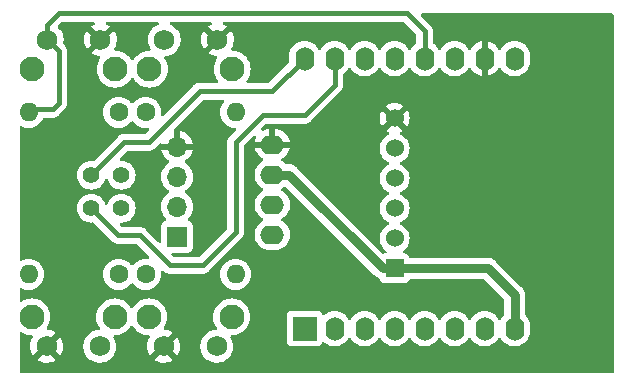
<source format=gbr>
%TF.GenerationSoftware,KiCad,Pcbnew,(6.0.4)*%
%TF.CreationDate,2022-09-30T21:10:11-05:00*%
%TF.ProjectId,WiRSa,57695253-612e-46b6-9963-61645f706362,rev?*%
%TF.SameCoordinates,Original*%
%TF.FileFunction,Copper,L1,Top*%
%TF.FilePolarity,Positive*%
%FSLAX46Y46*%
G04 Gerber Fmt 4.6, Leading zero omitted, Abs format (unit mm)*
G04 Created by KiCad (PCBNEW (6.0.4)) date 2022-09-30 21:10:11*
%MOMM*%
%LPD*%
G01*
G04 APERTURE LIST*
%TA.AperFunction,ComponentPad*%
%ADD10R,1.700000X1.700000*%
%TD*%
%TA.AperFunction,ComponentPad*%
%ADD11O,1.700000X1.700000*%
%TD*%
%TA.AperFunction,ComponentPad*%
%ADD12R,2.000000X2.000000*%
%TD*%
%TA.AperFunction,ComponentPad*%
%ADD13O,1.600000X2.000000*%
%TD*%
%TA.AperFunction,ComponentPad*%
%ADD14C,1.600000*%
%TD*%
%TA.AperFunction,ComponentPad*%
%ADD15O,1.600000X1.600000*%
%TD*%
%TA.AperFunction,ComponentPad*%
%ADD16C,2.100000*%
%TD*%
%TA.AperFunction,ComponentPad*%
%ADD17C,1.750000*%
%TD*%
%TA.AperFunction,ComponentPad*%
%ADD18O,2.000000X1.600000*%
%TD*%
%TA.AperFunction,ComponentPad*%
%ADD19C,1.400000*%
%TD*%
%TA.AperFunction,ComponentPad*%
%ADD20R,1.524000X1.524000*%
%TD*%
%TA.AperFunction,ComponentPad*%
%ADD21C,1.524000*%
%TD*%
%TA.AperFunction,Conductor*%
%ADD22C,0.406400*%
%TD*%
%TA.AperFunction,Conductor*%
%ADD23C,0.762000*%
%TD*%
G04 APERTURE END LIST*
D10*
%TO.P,RS232,1,VCC*%
%TO.N,Net-(J1-Pad1)*%
X74295000Y-92065000D03*
D11*
%TO.P,RS232,2,RXD*%
%TO.N,Net-(J1-Pad2)*%
X74295000Y-89525000D03*
%TO.P,RS232,3,TXD*%
%TO.N,Net-(J1-Pad3)*%
X74295000Y-86985000D03*
%TO.P,RS232,4,GND*%
%TO.N,GND*%
X74295000Y-84445000D03*
%TD*%
D12*
%TO.P,U1,1,~{RST}*%
%TO.N,unconnected-(U1-Pad1)*%
X85090000Y-99845000D03*
D13*
%TO.P,U1,2,A0*%
%TO.N,Net-(R1-Pad2)*%
X87630000Y-99845000D03*
%TO.P,U1,3,D0*%
%TO.N,Net-(R2-Pad2)*%
X90170000Y-99845000D03*
%TO.P,U1,4,SCK/D5*%
%TO.N,Net-(A1-Pad4)*%
X92710000Y-99845000D03*
%TO.P,U1,5,MISO/D6*%
%TO.N,Net-(A1-Pad5)*%
X95250000Y-99845000D03*
%TO.P,U1,6,MOSI/D7*%
%TO.N,Net-(A1-Pad3)*%
X97790000Y-99845000D03*
%TO.P,U1,7,CS/D8*%
%TO.N,Net-(A1-Pad2)*%
X100330000Y-99845000D03*
%TO.P,U1,8,3V3*%
%TO.N,Net-(A1-Pad1)*%
X102870000Y-99845000D03*
%TO.P,U1,9,5V*%
%TO.N,Net-(J1-Pad1)*%
X102870000Y-76985000D03*
%TO.P,U1,10,GND*%
%TO.N,GND*%
X100330000Y-76985000D03*
%TO.P,U1,11,D4*%
%TO.N,Net-(R4-Pad2)*%
X97790000Y-76985000D03*
%TO.P,U1,12,D3*%
%TO.N,Net-(R3-Pad2)*%
X95250000Y-76985000D03*
%TO.P,U1,13,SDA/D2*%
%TO.N,Net-(Brd1-Pad4)*%
X92710000Y-76985000D03*
%TO.P,U1,14,SCL/D1*%
%TO.N,Net-(Brd1-Pad3)*%
X90170000Y-76985000D03*
%TO.P,U1,15,RX*%
%TO.N,Net-(JP1-Pad2)*%
X87630000Y-76985000D03*
%TO.P,U1,16,TX*%
%TO.N,Net-(JP2-Pad2)*%
X85090000Y-76985000D03*
%TD*%
D14*
%TO.P,R1,1*%
%TO.N,Net-(A1-Pad1)*%
X69342000Y-95250000D03*
D15*
%TO.P,R1,2*%
%TO.N,Net-(R1-Pad2)*%
X61722000Y-95250000D03*
%TD*%
D14*
%TO.P,R4,1*%
%TO.N,Net-(A1-Pad1)*%
X71628000Y-81534000D03*
D15*
%TO.P,R4,2*%
%TO.N,Net-(R4-Pad2)*%
X79248000Y-81534000D03*
%TD*%
D14*
%TO.P,R2,1*%
%TO.N,Net-(A1-Pad1)*%
X71628000Y-95250000D03*
D15*
%TO.P,R2,2*%
%TO.N,Net-(R2-Pad2)*%
X79248000Y-95250000D03*
%TD*%
D16*
%TO.P,SW1,*%
%TO.N,*%
X69006000Y-98856000D03*
X61996000Y-98856000D03*
D17*
%TO.P,SW1,1,1*%
%TO.N,GND*%
X63246000Y-101346000D03*
%TO.P,SW1,2,2*%
%TO.N,Net-(R1-Pad2)*%
X67746000Y-101346000D03*
%TD*%
D14*
%TO.P,R3,1*%
%TO.N,Net-(A1-Pad1)*%
X69342000Y-81534000D03*
D15*
%TO.P,R3,2*%
%TO.N,Net-(R3-Pad2)*%
X61722000Y-81534000D03*
%TD*%
D16*
%TO.P,SW4,*%
%TO.N,*%
X78963000Y-77878500D03*
X71953000Y-77878500D03*
D17*
%TO.P,SW4,1,1*%
%TO.N,GND*%
X77713000Y-75388500D03*
%TO.P,SW4,2,2*%
%TO.N,Net-(R4-Pad2)*%
X73213000Y-75388500D03*
%TD*%
D18*
%TO.P,Brd1,4,SDA*%
%TO.N,Net-(Brd1-Pad4)*%
X82364000Y-91884000D03*
%TO.P,Brd1,3,SCL*%
%TO.N,Net-(Brd1-Pad3)*%
X82364000Y-89344000D03*
%TO.P,Brd1,2,VCC*%
%TO.N,Net-(A1-Pad1)*%
X82364000Y-86804000D03*
%TO.P,Brd1,1,GND*%
%TO.N,GND*%
X82364000Y-84264000D03*
%TD*%
D19*
%TO.P,TX,1,A*%
%TO.N,Net-(J1-Pad3)*%
X69576000Y-86868000D03*
%TO.P,TX,2,B*%
%TO.N,Net-(JP2-Pad2)*%
X67036000Y-86868000D03*
%TD*%
D16*
%TO.P,SW3,*%
%TO.N,*%
X62047000Y-77878500D03*
X69057000Y-77878500D03*
D17*
%TO.P,SW3,1,1*%
%TO.N,GND*%
X67807000Y-75388500D03*
%TO.P,SW3,2,2*%
%TO.N,Net-(R3-Pad2)*%
X63307000Y-75388500D03*
%TD*%
D19*
%TO.P,RX,2,B*%
%TO.N,Net-(JP1-Pad2)*%
X67036000Y-89662000D03*
%TO.P,RX,1,A*%
%TO.N,Net-(J1-Pad2)*%
X69576000Y-89662000D03*
%TD*%
D16*
%TO.P,SW2,*%
%TO.N,*%
X71902000Y-98856000D03*
X78912000Y-98856000D03*
D17*
%TO.P,SW2,1,1*%
%TO.N,GND*%
X73152000Y-101346000D03*
%TO.P,SW2,2,2*%
%TO.N,Net-(R2-Pad2)*%
X77652000Y-101346000D03*
%TD*%
D20*
%TO.P,A1,1,3V3*%
%TO.N,Net-(A1-Pad1)*%
X92710000Y-94742000D03*
D21*
%TO.P,A1,2,CS*%
%TO.N,Net-(A1-Pad2)*%
X92710000Y-92202000D03*
%TO.P,A1,3,MOSI*%
%TO.N,Net-(A1-Pad3)*%
X92710000Y-89662000D03*
%TO.P,A1,4,CLK*%
%TO.N,Net-(A1-Pad4)*%
X92710000Y-87122000D03*
%TO.P,A1,5,MISO*%
%TO.N,Net-(A1-Pad5)*%
X92710000Y-84582000D03*
%TO.P,A1,6,GND*%
%TO.N,GND*%
X92710000Y-82042000D03*
%TD*%
D22*
%TO.N,Net-(JP2-Pad2)*%
X69830000Y-84074000D02*
X69850000Y-84074000D01*
X67036000Y-86868000D02*
X69830000Y-84074000D01*
X69850000Y-84074000D02*
X71882000Y-84074000D01*
X82319000Y-79756000D02*
X85090000Y-76985000D01*
X76200000Y-79756000D02*
X82319000Y-79756000D01*
X71882000Y-84074000D02*
X76200000Y-79756000D01*
%TO.N,Net-(JP1-Pad2)*%
X71120000Y-91948000D02*
X69322000Y-91948000D01*
X76454000Y-94488000D02*
X73660000Y-94488000D01*
X79248000Y-91694000D02*
X76454000Y-94488000D01*
X79248000Y-84074000D02*
X79248000Y-91694000D01*
X81534000Y-81788000D02*
X79248000Y-84074000D01*
X73660000Y-94488000D02*
X71120000Y-91948000D01*
X85090000Y-81788000D02*
X81534000Y-81788000D01*
X87630000Y-79248000D02*
X85090000Y-81788000D01*
X87630000Y-76985000D02*
X87630000Y-79248000D01*
X69322000Y-91948000D02*
X67036000Y-89662000D01*
%TO.N,Net-(R3-Pad2)*%
X93726000Y-73152000D02*
X95250000Y-74676000D01*
X64262000Y-73152000D02*
X93726000Y-73152000D01*
X95250000Y-74676000D02*
X95250000Y-76985000D01*
X63307000Y-75388500D02*
X63307000Y-74107000D01*
X63307000Y-74107000D02*
X64262000Y-73152000D01*
X64262000Y-80772000D02*
X64262000Y-76343500D01*
X63754000Y-81280000D02*
X64262000Y-80772000D01*
X61722000Y-81280000D02*
X63754000Y-81280000D01*
X64262000Y-76343500D02*
X63307000Y-75388500D01*
D23*
%TO.N,Net-(A1-Pad1)*%
X83756000Y-86804000D02*
X91694000Y-94742000D01*
X82364000Y-86804000D02*
X83756000Y-86804000D01*
X91694000Y-94742000D02*
X92710000Y-94742000D01*
X100584000Y-94742000D02*
X92710000Y-94742000D01*
X102870000Y-97028000D02*
X100584000Y-94742000D01*
X102870000Y-99845000D02*
X102870000Y-97028000D01*
%TD*%
%TA.AperFunction,Conductor*%
%TO.N,GND*%
G36*
X111193621Y-73172502D02*
G01*
X111240114Y-73226158D01*
X111251500Y-73278500D01*
X111251500Y-103505500D01*
X111231498Y-103573621D01*
X111177842Y-103620114D01*
X111125500Y-103631500D01*
X61086500Y-103631500D01*
X61018379Y-103611498D01*
X60971886Y-103557842D01*
X60960500Y-103505500D01*
X60960500Y-102489130D01*
X62467700Y-102489130D01*
X62472981Y-102496184D01*
X62641919Y-102594904D01*
X62651202Y-102599351D01*
X62854002Y-102676793D01*
X62863900Y-102679669D01*
X63076625Y-102722948D01*
X63086853Y-102724167D01*
X63303788Y-102732122D01*
X63314074Y-102731655D01*
X63529400Y-102704072D01*
X63539477Y-102701930D01*
X63747401Y-102639549D01*
X63756999Y-102635788D01*
X63951947Y-102540284D01*
X63960785Y-102535015D01*
X64013172Y-102497648D01*
X64021572Y-102486948D01*
X64014585Y-102473795D01*
X63258812Y-101718022D01*
X63244868Y-101710408D01*
X63243035Y-101710539D01*
X63236420Y-101714790D01*
X62474460Y-102476750D01*
X62467700Y-102489130D01*
X60960500Y-102489130D01*
X60960500Y-100274286D01*
X60980502Y-100206165D01*
X61034158Y-100159672D01*
X61104432Y-100149568D01*
X61152334Y-100166853D01*
X61216486Y-100206165D01*
X61286268Y-100248927D01*
X61421084Y-100304770D01*
X61508335Y-100340911D01*
X61508337Y-100340912D01*
X61512908Y-100342805D01*
X61588488Y-100360950D01*
X61746630Y-100398917D01*
X61746636Y-100398918D01*
X61751443Y-100400072D01*
X61847011Y-100407593D01*
X61976630Y-100417795D01*
X62042971Y-100443081D01*
X62085111Y-100500219D01*
X62089670Y-100571069D01*
X62070832Y-100614411D01*
X62042286Y-100656258D01*
X62037188Y-100665232D01*
X61945795Y-100862121D01*
X61942232Y-100871808D01*
X61884223Y-101080979D01*
X61882292Y-101091100D01*
X61859222Y-101306962D01*
X61858971Y-101317250D01*
X61871467Y-101533967D01*
X61872903Y-101544188D01*
X61920627Y-101755948D01*
X61923706Y-101765777D01*
X62005379Y-101966914D01*
X62010022Y-101976105D01*
X62094279Y-102113601D01*
X62104735Y-102123061D01*
X62113513Y-102119277D01*
X62885658Y-101347132D01*
X63610408Y-101347132D01*
X63610539Y-101348965D01*
X63614790Y-101355580D01*
X64374388Y-102115178D01*
X64386398Y-102121736D01*
X64398138Y-102112768D01*
X64432507Y-102064940D01*
X64437816Y-102056103D01*
X64533994Y-101861503D01*
X64537792Y-101851910D01*
X64600897Y-101644208D01*
X64603074Y-101634138D01*
X64631646Y-101417113D01*
X64632165Y-101410438D01*
X64633658Y-101349364D01*
X64633464Y-101342646D01*
X64630951Y-101312082D01*
X66358172Y-101312082D01*
X66358469Y-101317234D01*
X66358469Y-101317238D01*
X66360539Y-101353131D01*
X66371268Y-101539206D01*
X66372405Y-101544252D01*
X66372406Y-101544258D01*
X66392662Y-101634138D01*
X66421283Y-101761141D01*
X66506875Y-101971927D01*
X66625744Y-102165904D01*
X66774698Y-102337861D01*
X66949737Y-102483181D01*
X66954189Y-102485783D01*
X66954194Y-102485786D01*
X67048199Y-102540718D01*
X67146160Y-102597962D01*
X67358693Y-102679120D01*
X67363759Y-102680151D01*
X67363760Y-102680151D01*
X67462861Y-102700313D01*
X67581627Y-102724476D01*
X67709437Y-102729163D01*
X67803811Y-102732624D01*
X67803815Y-102732624D01*
X67808975Y-102732813D01*
X67814095Y-102732157D01*
X67814097Y-102732157D01*
X68029504Y-102704563D01*
X68029505Y-102704563D01*
X68034632Y-102703906D01*
X68039582Y-102702421D01*
X68247591Y-102640015D01*
X68247592Y-102640014D01*
X68252537Y-102638531D01*
X68456839Y-102538444D01*
X68461043Y-102535446D01*
X68461047Y-102535443D01*
X68525976Y-102489130D01*
X72373700Y-102489130D01*
X72378981Y-102496184D01*
X72547919Y-102594904D01*
X72557202Y-102599351D01*
X72760002Y-102676793D01*
X72769900Y-102679669D01*
X72982625Y-102722948D01*
X72992853Y-102724167D01*
X73209788Y-102732122D01*
X73220074Y-102731655D01*
X73435400Y-102704072D01*
X73445477Y-102701930D01*
X73653401Y-102639549D01*
X73662999Y-102635788D01*
X73857947Y-102540284D01*
X73866785Y-102535015D01*
X73919172Y-102497648D01*
X73927572Y-102486948D01*
X73920585Y-102473795D01*
X73164812Y-101718022D01*
X73150868Y-101710408D01*
X73149035Y-101710539D01*
X73142420Y-101714790D01*
X72380460Y-102476750D01*
X72373700Y-102489130D01*
X68525976Y-102489130D01*
X68637847Y-102409333D01*
X68637849Y-102409331D01*
X68642051Y-102406334D01*
X68803199Y-102245747D01*
X68857764Y-102169812D01*
X68932938Y-102065198D01*
X68932942Y-102065192D01*
X68935956Y-102060997D01*
X69036755Y-101857046D01*
X69102890Y-101639370D01*
X69116077Y-101539206D01*
X69132148Y-101417136D01*
X69132148Y-101417132D01*
X69132585Y-101413815D01*
X69133937Y-101358498D01*
X69134160Y-101349365D01*
X69134160Y-101349361D01*
X69134242Y-101346000D01*
X69115601Y-101119264D01*
X69060178Y-100898617D01*
X69006844Y-100775957D01*
X68971522Y-100694722D01*
X68971520Y-100694719D01*
X68969462Y-100689985D01*
X68919423Y-100612635D01*
X68899216Y-100544577D01*
X68919012Y-100476396D01*
X68972527Y-100429742D01*
X69015329Y-100418585D01*
X69106762Y-100411389D01*
X69250557Y-100400072D01*
X69255364Y-100398918D01*
X69255370Y-100398917D01*
X69413512Y-100360950D01*
X69489092Y-100342805D01*
X69493663Y-100340912D01*
X69493665Y-100340911D01*
X69580916Y-100304770D01*
X69715732Y-100248927D01*
X69877872Y-100149568D01*
X69920670Y-100123342D01*
X69920673Y-100123340D01*
X69924896Y-100120752D01*
X69969432Y-100082715D01*
X70107677Y-99964641D01*
X70111433Y-99961433D01*
X70215822Y-99839210D01*
X70267535Y-99778663D01*
X70267537Y-99778660D01*
X70270752Y-99774896D01*
X70346567Y-99651176D01*
X70399214Y-99603544D01*
X70469256Y-99591937D01*
X70534454Y-99620040D01*
X70561432Y-99651175D01*
X70637248Y-99774896D01*
X70640463Y-99778660D01*
X70640465Y-99778663D01*
X70692178Y-99839210D01*
X70796567Y-99961433D01*
X70800323Y-99964641D01*
X70938569Y-100082715D01*
X70983104Y-100120752D01*
X70987327Y-100123340D01*
X70987330Y-100123342D01*
X71030128Y-100149568D01*
X71192268Y-100248927D01*
X71327084Y-100304770D01*
X71414335Y-100340911D01*
X71414337Y-100340912D01*
X71418908Y-100342805D01*
X71494488Y-100360950D01*
X71652630Y-100398917D01*
X71652636Y-100398918D01*
X71657443Y-100400072D01*
X71753011Y-100407593D01*
X71882630Y-100417795D01*
X71948971Y-100443081D01*
X71991111Y-100500219D01*
X71995670Y-100571069D01*
X71976832Y-100614411D01*
X71948286Y-100656258D01*
X71943188Y-100665232D01*
X71851795Y-100862121D01*
X71848232Y-100871808D01*
X71790223Y-101080979D01*
X71788292Y-101091100D01*
X71765222Y-101306962D01*
X71764971Y-101317250D01*
X71777467Y-101533967D01*
X71778903Y-101544188D01*
X71826627Y-101755948D01*
X71829706Y-101765777D01*
X71911379Y-101966914D01*
X71916022Y-101976105D01*
X72000279Y-102113601D01*
X72010735Y-102123061D01*
X72019513Y-102119277D01*
X72791658Y-101347132D01*
X73516408Y-101347132D01*
X73516539Y-101348965D01*
X73520790Y-101355580D01*
X74280388Y-102115178D01*
X74292398Y-102121736D01*
X74304138Y-102112768D01*
X74338507Y-102064940D01*
X74343816Y-102056103D01*
X74439994Y-101861503D01*
X74443792Y-101851910D01*
X74506897Y-101644208D01*
X74509074Y-101634138D01*
X74537646Y-101417113D01*
X74538165Y-101410438D01*
X74539658Y-101349364D01*
X74539464Y-101342646D01*
X74536951Y-101312082D01*
X76264172Y-101312082D01*
X76264469Y-101317234D01*
X76264469Y-101317238D01*
X76266539Y-101353131D01*
X76277268Y-101539206D01*
X76278405Y-101544252D01*
X76278406Y-101544258D01*
X76298662Y-101634138D01*
X76327283Y-101761141D01*
X76412875Y-101971927D01*
X76531744Y-102165904D01*
X76680698Y-102337861D01*
X76855737Y-102483181D01*
X76860189Y-102485783D01*
X76860194Y-102485786D01*
X76954199Y-102540718D01*
X77052160Y-102597962D01*
X77264693Y-102679120D01*
X77269759Y-102680151D01*
X77269760Y-102680151D01*
X77368861Y-102700313D01*
X77487627Y-102724476D01*
X77615437Y-102729163D01*
X77709811Y-102732624D01*
X77709815Y-102732624D01*
X77714975Y-102732813D01*
X77720095Y-102732157D01*
X77720097Y-102732157D01*
X77935504Y-102704563D01*
X77935505Y-102704563D01*
X77940632Y-102703906D01*
X77945582Y-102702421D01*
X78153591Y-102640015D01*
X78153592Y-102640014D01*
X78158537Y-102638531D01*
X78362839Y-102538444D01*
X78367043Y-102535446D01*
X78367047Y-102535443D01*
X78543847Y-102409333D01*
X78543849Y-102409331D01*
X78548051Y-102406334D01*
X78709199Y-102245747D01*
X78763764Y-102169812D01*
X78838938Y-102065198D01*
X78838942Y-102065192D01*
X78841956Y-102060997D01*
X78942755Y-101857046D01*
X79008890Y-101639370D01*
X79022077Y-101539206D01*
X79038148Y-101417136D01*
X79038148Y-101417132D01*
X79038585Y-101413815D01*
X79039937Y-101358498D01*
X79040160Y-101349365D01*
X79040160Y-101349361D01*
X79040242Y-101346000D01*
X79021601Y-101119264D01*
X78966178Y-100898617D01*
X78912844Y-100775957D01*
X78877522Y-100694722D01*
X78877520Y-100694719D01*
X78875462Y-100689985D01*
X78825423Y-100612635D01*
X78805216Y-100544577D01*
X78825012Y-100476396D01*
X78878527Y-100429742D01*
X78921329Y-100418585D01*
X79012762Y-100411389D01*
X79156557Y-100400072D01*
X79161364Y-100398918D01*
X79161370Y-100398917D01*
X79319512Y-100360950D01*
X79395092Y-100342805D01*
X79399663Y-100340912D01*
X79399665Y-100340911D01*
X79486916Y-100304770D01*
X79621732Y-100248927D01*
X79783872Y-100149568D01*
X79826670Y-100123342D01*
X79826673Y-100123340D01*
X79830896Y-100120752D01*
X79875432Y-100082715D01*
X80013677Y-99964641D01*
X80017433Y-99961433D01*
X80121822Y-99839210D01*
X80173535Y-99778663D01*
X80173537Y-99778660D01*
X80176752Y-99774896D01*
X80304927Y-99565732D01*
X80398805Y-99339092D01*
X80456072Y-99100557D01*
X80475319Y-98856000D01*
X80456072Y-98611443D01*
X80452916Y-98598295D01*
X80418649Y-98455563D01*
X80398805Y-98372908D01*
X80390510Y-98352881D01*
X80306820Y-98150839D01*
X80304927Y-98146268D01*
X80176752Y-97937104D01*
X80017433Y-97750567D01*
X79830896Y-97591248D01*
X79826673Y-97588660D01*
X79826670Y-97588658D01*
X79750902Y-97542228D01*
X79621732Y-97463073D01*
X79460874Y-97396443D01*
X79399665Y-97371089D01*
X79399663Y-97371088D01*
X79395092Y-97369195D01*
X79312437Y-97349351D01*
X79161370Y-97313083D01*
X79161364Y-97313082D01*
X79156557Y-97311928D01*
X78912000Y-97292681D01*
X78667443Y-97311928D01*
X78662636Y-97313082D01*
X78662630Y-97313083D01*
X78511563Y-97349351D01*
X78428908Y-97369195D01*
X78424337Y-97371088D01*
X78424335Y-97371089D01*
X78363126Y-97396443D01*
X78202268Y-97463073D01*
X78073098Y-97542228D01*
X77997330Y-97588658D01*
X77997327Y-97588660D01*
X77993104Y-97591248D01*
X77806567Y-97750567D01*
X77647248Y-97937104D01*
X77519073Y-98146268D01*
X77517180Y-98150839D01*
X77433491Y-98352881D01*
X77425195Y-98372908D01*
X77405351Y-98455563D01*
X77371085Y-98598295D01*
X77367928Y-98611443D01*
X77348681Y-98856000D01*
X77367928Y-99100557D01*
X77425195Y-99339092D01*
X77519073Y-99565732D01*
X77644664Y-99770679D01*
X77663201Y-99839210D01*
X77641744Y-99906887D01*
X77587105Y-99952220D01*
X77554990Y-99960026D01*
X77555161Y-99961140D01*
X77330278Y-99995552D01*
X77114035Y-100066231D01*
X77109447Y-100068619D01*
X77109443Y-100068621D01*
X76934536Y-100159672D01*
X76912239Y-100171279D01*
X76908106Y-100174382D01*
X76908103Y-100174384D01*
X76808821Y-100248927D01*
X76730310Y-100307875D01*
X76573133Y-100472351D01*
X76444931Y-100660289D01*
X76442758Y-100664971D01*
X76442756Y-100664974D01*
X76428838Y-100694959D01*
X76349145Y-100866643D01*
X76324554Y-100955316D01*
X76293517Y-101067232D01*
X76288348Y-101085869D01*
X76287799Y-101091006D01*
X76265932Y-101295615D01*
X76264172Y-101312082D01*
X74536951Y-101312082D01*
X74521530Y-101124507D01*
X74519845Y-101114327D01*
X74466962Y-100903791D01*
X74463642Y-100894040D01*
X74377080Y-100694959D01*
X74372213Y-100685884D01*
X74303144Y-100579118D01*
X74292458Y-100569915D01*
X74282891Y-100574319D01*
X73524022Y-101333188D01*
X73516408Y-101347132D01*
X72791658Y-101347132D01*
X73923190Y-100215600D01*
X73930211Y-100202744D01*
X73922718Y-100192461D01*
X73915435Y-100187622D01*
X73725398Y-100082715D01*
X73715989Y-100078487D01*
X73511364Y-100006026D01*
X73501401Y-100003394D01*
X73287687Y-99965326D01*
X73277432Y-99964356D01*
X73274114Y-99964315D01*
X73272829Y-99963920D01*
X73272275Y-99963868D01*
X73272286Y-99963754D01*
X73206243Y-99943478D01*
X73160412Y-99889257D01*
X73151171Y-99818864D01*
X73168224Y-99772493D01*
X73294927Y-99565732D01*
X73388805Y-99339092D01*
X73446072Y-99100557D01*
X73465319Y-98856000D01*
X73446072Y-98611443D01*
X73442916Y-98598295D01*
X73408649Y-98455563D01*
X73388805Y-98372908D01*
X73380510Y-98352881D01*
X73296820Y-98150839D01*
X73294927Y-98146268D01*
X73166752Y-97937104D01*
X73007433Y-97750567D01*
X72820896Y-97591248D01*
X72816673Y-97588660D01*
X72816670Y-97588658D01*
X72740902Y-97542228D01*
X72611732Y-97463073D01*
X72450874Y-97396443D01*
X72389665Y-97371089D01*
X72389663Y-97371088D01*
X72385092Y-97369195D01*
X72302437Y-97349351D01*
X72151370Y-97313083D01*
X72151364Y-97313082D01*
X72146557Y-97311928D01*
X71902000Y-97292681D01*
X71657443Y-97311928D01*
X71652636Y-97313082D01*
X71652630Y-97313083D01*
X71501563Y-97349351D01*
X71418908Y-97369195D01*
X71414337Y-97371088D01*
X71414335Y-97371089D01*
X71353126Y-97396443D01*
X71192268Y-97463073D01*
X71063098Y-97542228D01*
X70987330Y-97588658D01*
X70987327Y-97588660D01*
X70983104Y-97591248D01*
X70796567Y-97750567D01*
X70637248Y-97937104D01*
X70634660Y-97941327D01*
X70634658Y-97941330D01*
X70561433Y-98060824D01*
X70508786Y-98108456D01*
X70438744Y-98120063D01*
X70373546Y-98091960D01*
X70346567Y-98060824D01*
X70273342Y-97941330D01*
X70273340Y-97941327D01*
X70270752Y-97937104D01*
X70111433Y-97750567D01*
X69924896Y-97591248D01*
X69920673Y-97588660D01*
X69920670Y-97588658D01*
X69844902Y-97542228D01*
X69715732Y-97463073D01*
X69554874Y-97396443D01*
X69493665Y-97371089D01*
X69493663Y-97371088D01*
X69489092Y-97369195D01*
X69406437Y-97349351D01*
X69255370Y-97313083D01*
X69255364Y-97313082D01*
X69250557Y-97311928D01*
X69006000Y-97292681D01*
X68761443Y-97311928D01*
X68756636Y-97313082D01*
X68756630Y-97313083D01*
X68605563Y-97349351D01*
X68522908Y-97369195D01*
X68518337Y-97371088D01*
X68518335Y-97371089D01*
X68457126Y-97396443D01*
X68296268Y-97463073D01*
X68167098Y-97542228D01*
X68091330Y-97588658D01*
X68091327Y-97588660D01*
X68087104Y-97591248D01*
X67900567Y-97750567D01*
X67741248Y-97937104D01*
X67613073Y-98146268D01*
X67611180Y-98150839D01*
X67527491Y-98352881D01*
X67519195Y-98372908D01*
X67499351Y-98455563D01*
X67465085Y-98598295D01*
X67461928Y-98611443D01*
X67442681Y-98856000D01*
X67461928Y-99100557D01*
X67519195Y-99339092D01*
X67613073Y-99565732D01*
X67738664Y-99770679D01*
X67757201Y-99839210D01*
X67735744Y-99906887D01*
X67681105Y-99952220D01*
X67648990Y-99960026D01*
X67649161Y-99961140D01*
X67424278Y-99995552D01*
X67208035Y-100066231D01*
X67203447Y-100068619D01*
X67203443Y-100068621D01*
X67028536Y-100159672D01*
X67006239Y-100171279D01*
X67002106Y-100174382D01*
X67002103Y-100174384D01*
X66902821Y-100248927D01*
X66824310Y-100307875D01*
X66667133Y-100472351D01*
X66538931Y-100660289D01*
X66536758Y-100664971D01*
X66536756Y-100664974D01*
X66522838Y-100694959D01*
X66443145Y-100866643D01*
X66418554Y-100955316D01*
X66387517Y-101067232D01*
X66382348Y-101085869D01*
X66381799Y-101091006D01*
X66359932Y-101295615D01*
X66358172Y-101312082D01*
X64630951Y-101312082D01*
X64615530Y-101124507D01*
X64613845Y-101114327D01*
X64560962Y-100903791D01*
X64557642Y-100894040D01*
X64471080Y-100694959D01*
X64466213Y-100685884D01*
X64397144Y-100579118D01*
X64386458Y-100569915D01*
X64376891Y-100574319D01*
X63618022Y-101333188D01*
X63610408Y-101347132D01*
X62885658Y-101347132D01*
X64017190Y-100215600D01*
X64024211Y-100202744D01*
X64016718Y-100192461D01*
X64009435Y-100187622D01*
X63819398Y-100082715D01*
X63809989Y-100078487D01*
X63605364Y-100006026D01*
X63595401Y-100003394D01*
X63381687Y-99965326D01*
X63371432Y-99964356D01*
X63368114Y-99964315D01*
X63366829Y-99963920D01*
X63366275Y-99963868D01*
X63366286Y-99963754D01*
X63300243Y-99943478D01*
X63254412Y-99889257D01*
X63245171Y-99818864D01*
X63262224Y-99772493D01*
X63388927Y-99565732D01*
X63482805Y-99339092D01*
X63540072Y-99100557D01*
X63559319Y-98856000D01*
X63540072Y-98611443D01*
X63536916Y-98598295D01*
X63502649Y-98455563D01*
X63482805Y-98372908D01*
X63474510Y-98352881D01*
X63390820Y-98150839D01*
X63388927Y-98146268D01*
X63260752Y-97937104D01*
X63101433Y-97750567D01*
X62914896Y-97591248D01*
X62910673Y-97588660D01*
X62910670Y-97588658D01*
X62834902Y-97542228D01*
X62705732Y-97463073D01*
X62544874Y-97396443D01*
X62483665Y-97371089D01*
X62483663Y-97371088D01*
X62479092Y-97369195D01*
X62396437Y-97349351D01*
X62245370Y-97313083D01*
X62245364Y-97313082D01*
X62240557Y-97311928D01*
X61996000Y-97292681D01*
X61751443Y-97311928D01*
X61746636Y-97313082D01*
X61746630Y-97313083D01*
X61595563Y-97349351D01*
X61512908Y-97369195D01*
X61508337Y-97371088D01*
X61508335Y-97371089D01*
X61447126Y-97396443D01*
X61286268Y-97463073D01*
X61282048Y-97465659D01*
X61152334Y-97545147D01*
X61083801Y-97563685D01*
X61016124Y-97542228D01*
X60970791Y-97487589D01*
X60960500Y-97437714D01*
X60960500Y-96536457D01*
X60980502Y-96468336D01*
X61034158Y-96421843D01*
X61104432Y-96411739D01*
X61139749Y-96422262D01*
X61272757Y-96484284D01*
X61278065Y-96485706D01*
X61278067Y-96485707D01*
X61488598Y-96542119D01*
X61488600Y-96542119D01*
X61493913Y-96543543D01*
X61722000Y-96563498D01*
X61950087Y-96543543D01*
X61955400Y-96542119D01*
X61955402Y-96542119D01*
X62165933Y-96485707D01*
X62165935Y-96485706D01*
X62171243Y-96484284D01*
X62244513Y-96450118D01*
X62373762Y-96389849D01*
X62373767Y-96389846D01*
X62378749Y-96387523D01*
X62483611Y-96314098D01*
X62561789Y-96259357D01*
X62561792Y-96259355D01*
X62566300Y-96256198D01*
X62728198Y-96094300D01*
X62859523Y-95906749D01*
X62861846Y-95901767D01*
X62861849Y-95901762D01*
X62953961Y-95704225D01*
X62953961Y-95704224D01*
X62956284Y-95699243D01*
X62983912Y-95596137D01*
X63014119Y-95483402D01*
X63014119Y-95483400D01*
X63015543Y-95478087D01*
X63035498Y-95250000D01*
X63015543Y-95021913D01*
X63002638Y-94973751D01*
X62957707Y-94806067D01*
X62957706Y-94806065D01*
X62956284Y-94800757D01*
X62953961Y-94795775D01*
X62861849Y-94598238D01*
X62861846Y-94598233D01*
X62859523Y-94593251D01*
X62728198Y-94405700D01*
X62566300Y-94243802D01*
X62561792Y-94240645D01*
X62561789Y-94240643D01*
X62483611Y-94185902D01*
X62378749Y-94112477D01*
X62373767Y-94110154D01*
X62373762Y-94110151D01*
X62176225Y-94018039D01*
X62176224Y-94018039D01*
X62171243Y-94015716D01*
X62165935Y-94014294D01*
X62165933Y-94014293D01*
X61955402Y-93957881D01*
X61955400Y-93957881D01*
X61950087Y-93956457D01*
X61722000Y-93936502D01*
X61493913Y-93956457D01*
X61488600Y-93957881D01*
X61488598Y-93957881D01*
X61278067Y-94014293D01*
X61278065Y-94014294D01*
X61272757Y-94015716D01*
X61161785Y-94067463D01*
X61139750Y-94077738D01*
X61069558Y-94088399D01*
X61004745Y-94059419D01*
X60965889Y-93999999D01*
X60960500Y-93963543D01*
X60960500Y-82820457D01*
X60980502Y-82752336D01*
X61034158Y-82705843D01*
X61104432Y-82695739D01*
X61139749Y-82706262D01*
X61272757Y-82768284D01*
X61278065Y-82769706D01*
X61278067Y-82769707D01*
X61488598Y-82826119D01*
X61488600Y-82826119D01*
X61493913Y-82827543D01*
X61722000Y-82847498D01*
X61950087Y-82827543D01*
X61955400Y-82826119D01*
X61955402Y-82826119D01*
X62165933Y-82769707D01*
X62165935Y-82769706D01*
X62171243Y-82768284D01*
X62205444Y-82752336D01*
X62373762Y-82673849D01*
X62373767Y-82673846D01*
X62378749Y-82671523D01*
X62483611Y-82598098D01*
X62561789Y-82543357D01*
X62561792Y-82543355D01*
X62566300Y-82540198D01*
X62728198Y-82378300D01*
X62736803Y-82366012D01*
X62856369Y-82195253D01*
X62859523Y-82190749D01*
X62918416Y-82064451D01*
X62965333Y-82011165D01*
X63032611Y-81991700D01*
X63724970Y-81991700D01*
X63733540Y-81991992D01*
X63783946Y-81995429D01*
X63783950Y-81995429D01*
X63791521Y-81995945D01*
X63798997Y-81994640D01*
X63799000Y-81994640D01*
X63854783Y-81984904D01*
X63861308Y-81983941D01*
X63917467Y-81977145D01*
X63917468Y-81977145D01*
X63925011Y-81976232D01*
X63932119Y-81973546D01*
X63934419Y-81972981D01*
X63951480Y-81968314D01*
X63953734Y-81967634D01*
X63961215Y-81966328D01*
X64020005Y-81940521D01*
X64026102Y-81938033D01*
X64079047Y-81918027D01*
X64079050Y-81918026D01*
X64086149Y-81915343D01*
X64092404Y-81911044D01*
X64094495Y-81909951D01*
X64109957Y-81901345D01*
X64111991Y-81900142D01*
X64118946Y-81897089D01*
X64124971Y-81892466D01*
X64124976Y-81892463D01*
X64169874Y-81858012D01*
X64175209Y-81854136D01*
X64221847Y-81822082D01*
X64221853Y-81822077D01*
X64228112Y-81817775D01*
X64269754Y-81771037D01*
X64274735Y-81765760D01*
X64744722Y-81295774D01*
X64750988Y-81289921D01*
X64789054Y-81256714D01*
X64794781Y-81251718D01*
X64831686Y-81199207D01*
X64835619Y-81193911D01*
X64870544Y-81149369D01*
X64870546Y-81149365D01*
X64875233Y-81143388D01*
X64878358Y-81136466D01*
X64879587Y-81134437D01*
X64888340Y-81119090D01*
X64889459Y-81117002D01*
X64893830Y-81110784D01*
X64899977Y-81095019D01*
X64917143Y-81050988D01*
X64919700Y-81044905D01*
X64942992Y-80993319D01*
X64942992Y-80993318D01*
X64946120Y-80986391D01*
X64947504Y-80978921D01*
X64948211Y-80976666D01*
X64953049Y-80959682D01*
X64953642Y-80957373D01*
X64956403Y-80950292D01*
X64958334Y-80935624D01*
X64964783Y-80886644D01*
X64965815Y-80880130D01*
X64976128Y-80824485D01*
X64976128Y-80824484D01*
X64977512Y-80817017D01*
X64975836Y-80787941D01*
X64973909Y-80754531D01*
X64973700Y-80747278D01*
X64973700Y-76372530D01*
X64973992Y-76363960D01*
X64977429Y-76313554D01*
X64977429Y-76313550D01*
X64977945Y-76305979D01*
X64975434Y-76291590D01*
X64966904Y-76242717D01*
X64965941Y-76236192D01*
X64959145Y-76180033D01*
X64959145Y-76180032D01*
X64958232Y-76172489D01*
X64955546Y-76165381D01*
X64954981Y-76163081D01*
X64950314Y-76146020D01*
X64949634Y-76143766D01*
X64948328Y-76136285D01*
X64922521Y-76077495D01*
X64920033Y-76071398D01*
X64900027Y-76018453D01*
X64900026Y-76018450D01*
X64897343Y-76011351D01*
X64893044Y-76005096D01*
X64891951Y-76003005D01*
X64883345Y-75987543D01*
X64882142Y-75985509D01*
X64879089Y-75978554D01*
X64874466Y-75972529D01*
X64874463Y-75972524D01*
X64840012Y-75927626D01*
X64836136Y-75922291D01*
X64804082Y-75875653D01*
X64804077Y-75875647D01*
X64799775Y-75869388D01*
X64753037Y-75827745D01*
X64747763Y-75822766D01*
X64701194Y-75776198D01*
X64667168Y-75713887D01*
X64665366Y-75670655D01*
X64668418Y-75647477D01*
X64693585Y-75456315D01*
X64695242Y-75388500D01*
X64692878Y-75359750D01*
X66419971Y-75359750D01*
X66432467Y-75576467D01*
X66433903Y-75586688D01*
X66481627Y-75798448D01*
X66484706Y-75808277D01*
X66566379Y-76009414D01*
X66571022Y-76018605D01*
X66655279Y-76156101D01*
X66665735Y-76165561D01*
X66674513Y-76161777D01*
X67434978Y-75401312D01*
X67442592Y-75387368D01*
X67442461Y-75385535D01*
X67438210Y-75378920D01*
X66678858Y-74619568D01*
X66667322Y-74613268D01*
X66655039Y-74622891D01*
X66603279Y-74698768D01*
X66598191Y-74707724D01*
X66506795Y-74904621D01*
X66503232Y-74914308D01*
X66445223Y-75123479D01*
X66443292Y-75133600D01*
X66420222Y-75349462D01*
X66419971Y-75359750D01*
X64692878Y-75359750D01*
X64676601Y-75161764D01*
X64621178Y-74941117D01*
X64530462Y-74732485D01*
X64450859Y-74609436D01*
X64409698Y-74545811D01*
X64409696Y-74545808D01*
X64406890Y-74541471D01*
X64253779Y-74373204D01*
X64249716Y-74369995D01*
X64249574Y-74369882D01*
X64249532Y-74369822D01*
X64245942Y-74366475D01*
X64246633Y-74365734D01*
X64208517Y-74311960D01*
X64205294Y-74241037D01*
X64238582Y-74181914D01*
X64519891Y-73900605D01*
X64582203Y-73866579D01*
X64608986Y-73863700D01*
X67229439Y-73863700D01*
X67297560Y-73883702D01*
X67344053Y-73937358D01*
X67354157Y-74007632D01*
X67324663Y-74072212D01*
X67278269Y-74105854D01*
X67264634Y-74111586D01*
X67072095Y-74211815D01*
X67063370Y-74217309D01*
X67038819Y-74235743D01*
X67030365Y-74247069D01*
X67037111Y-74259401D01*
X67794188Y-75016478D01*
X67808132Y-75024092D01*
X67809965Y-75023961D01*
X67816580Y-75019710D01*
X68578190Y-74258100D01*
X68585211Y-74245244D01*
X68577718Y-74234961D01*
X68570435Y-74230122D01*
X68380398Y-74125215D01*
X68370989Y-74120987D01*
X68335651Y-74108473D01*
X68278114Y-74066879D01*
X68252198Y-74000782D01*
X68266132Y-73931166D01*
X68315490Y-73880134D01*
X68377710Y-73863700D01*
X72634144Y-73863700D01*
X72702265Y-73883702D01*
X72748758Y-73937358D01*
X72758862Y-74007632D01*
X72729368Y-74072212D01*
X72682973Y-74105854D01*
X72679952Y-74107124D01*
X72675035Y-74108731D01*
X72670447Y-74111119D01*
X72670443Y-74111121D01*
X72496081Y-74201888D01*
X72473239Y-74213779D01*
X72469106Y-74216882D01*
X72469103Y-74216884D01*
X72311091Y-74335523D01*
X72291310Y-74350375D01*
X72134133Y-74514851D01*
X72005931Y-74702789D01*
X72003758Y-74707471D01*
X72003756Y-74707474D01*
X71989838Y-74737459D01*
X71910145Y-74909143D01*
X71849348Y-75128369D01*
X71825172Y-75354582D01*
X71825469Y-75359734D01*
X71825469Y-75359738D01*
X71827866Y-75401312D01*
X71838268Y-75581706D01*
X71839405Y-75586752D01*
X71839406Y-75586758D01*
X71857742Y-75668119D01*
X71888283Y-75803641D01*
X71973875Y-76014427D01*
X72031032Y-76107698D01*
X72041304Y-76124461D01*
X72059842Y-76192995D01*
X72038386Y-76260671D01*
X71983747Y-76306004D01*
X71943757Y-76315908D01*
X71809438Y-76326480D01*
X71708443Y-76334428D01*
X71703636Y-76335582D01*
X71703630Y-76335583D01*
X71585433Y-76363960D01*
X71469908Y-76391695D01*
X71465337Y-76393588D01*
X71465335Y-76393589D01*
X71387967Y-76425636D01*
X71243268Y-76485573D01*
X71152261Y-76541342D01*
X71038330Y-76611158D01*
X71038327Y-76611160D01*
X71034104Y-76613748D01*
X71030340Y-76616963D01*
X71030337Y-76616965D01*
X70871984Y-76752213D01*
X70847567Y-76773067D01*
X70844359Y-76776823D01*
X70743098Y-76895384D01*
X70688248Y-76959604D01*
X70685660Y-76963827D01*
X70685658Y-76963830D01*
X70612433Y-77083324D01*
X70559786Y-77130956D01*
X70489744Y-77142563D01*
X70424546Y-77114460D01*
X70397567Y-77083324D01*
X70324342Y-76963830D01*
X70324340Y-76963827D01*
X70321752Y-76959604D01*
X70266903Y-76895384D01*
X70165641Y-76776823D01*
X70162433Y-76773067D01*
X70138016Y-76752213D01*
X69979663Y-76616965D01*
X69979660Y-76616963D01*
X69975896Y-76613748D01*
X69971673Y-76611160D01*
X69971670Y-76611158D01*
X69857739Y-76541342D01*
X69766732Y-76485573D01*
X69622033Y-76425636D01*
X69544665Y-76393589D01*
X69544663Y-76393588D01*
X69540092Y-76391695D01*
X69424567Y-76363960D01*
X69306370Y-76335583D01*
X69306364Y-76335582D01*
X69301557Y-76334428D01*
X69208994Y-76327143D01*
X69078543Y-76316876D01*
X69012202Y-76291590D01*
X68970062Y-76234452D01*
X68965503Y-76163602D01*
X68986108Y-76117736D01*
X68993505Y-76107442D01*
X68998818Y-76098600D01*
X69094994Y-75904003D01*
X69098792Y-75894410D01*
X69161897Y-75686708D01*
X69164074Y-75676638D01*
X69192646Y-75459613D01*
X69193165Y-75452938D01*
X69194658Y-75391864D01*
X69194464Y-75385146D01*
X69176530Y-75167007D01*
X69174845Y-75156827D01*
X69121962Y-74946291D01*
X69118642Y-74936540D01*
X69032080Y-74737459D01*
X69027213Y-74728384D01*
X68958144Y-74621618D01*
X68947458Y-74612415D01*
X68937891Y-74616819D01*
X67035460Y-76519250D01*
X67028700Y-76531630D01*
X67033981Y-76538684D01*
X67202919Y-76637404D01*
X67212202Y-76641851D01*
X67415002Y-76719293D01*
X67424900Y-76722169D01*
X67637625Y-76765448D01*
X67647853Y-76766667D01*
X67689231Y-76768185D01*
X67756573Y-76790670D01*
X67801068Y-76845994D01*
X67808590Y-76916591D01*
X67792047Y-76959931D01*
X67664073Y-77168768D01*
X67570195Y-77395408D01*
X67565951Y-77413087D01*
X67514131Y-77628933D01*
X67512928Y-77633943D01*
X67493681Y-77878500D01*
X67512928Y-78123057D01*
X67514082Y-78127864D01*
X67514083Y-78127870D01*
X67542546Y-78246424D01*
X67570195Y-78361592D01*
X67664073Y-78588232D01*
X67697353Y-78642540D01*
X67750832Y-78729810D01*
X67792248Y-78797396D01*
X67795463Y-78801160D01*
X67795465Y-78801163D01*
X67841347Y-78854883D01*
X67951567Y-78983933D01*
X67955323Y-78987141D01*
X68133023Y-79138912D01*
X68138104Y-79143252D01*
X68142327Y-79145840D01*
X68142330Y-79145842D01*
X68198068Y-79179998D01*
X68347268Y-79271427D01*
X68399391Y-79293017D01*
X68569335Y-79363411D01*
X68569337Y-79363412D01*
X68573908Y-79365305D01*
X68656563Y-79385149D01*
X68807630Y-79421417D01*
X68807636Y-79421418D01*
X68812443Y-79422572D01*
X69057000Y-79441819D01*
X69301557Y-79422572D01*
X69306364Y-79421418D01*
X69306370Y-79421417D01*
X69457437Y-79385149D01*
X69540092Y-79365305D01*
X69544663Y-79363412D01*
X69544665Y-79363411D01*
X69714609Y-79293017D01*
X69766732Y-79271427D01*
X69915932Y-79179998D01*
X69971670Y-79145842D01*
X69971673Y-79145840D01*
X69975896Y-79143252D01*
X69980978Y-79138912D01*
X70158677Y-78987141D01*
X70162433Y-78983933D01*
X70272653Y-78854883D01*
X70318535Y-78801163D01*
X70318537Y-78801160D01*
X70321752Y-78797396D01*
X70363169Y-78729810D01*
X70397567Y-78673676D01*
X70450214Y-78626044D01*
X70520256Y-78614437D01*
X70585454Y-78642540D01*
X70612433Y-78673676D01*
X70646832Y-78729810D01*
X70688248Y-78797396D01*
X70691463Y-78801160D01*
X70691465Y-78801163D01*
X70737347Y-78854883D01*
X70847567Y-78983933D01*
X70851323Y-78987141D01*
X71029023Y-79138912D01*
X71034104Y-79143252D01*
X71038327Y-79145840D01*
X71038330Y-79145842D01*
X71094068Y-79179998D01*
X71243268Y-79271427D01*
X71295391Y-79293017D01*
X71465335Y-79363411D01*
X71465337Y-79363412D01*
X71469908Y-79365305D01*
X71552563Y-79385149D01*
X71703630Y-79421417D01*
X71703636Y-79421418D01*
X71708443Y-79422572D01*
X71953000Y-79441819D01*
X72197557Y-79422572D01*
X72202364Y-79421418D01*
X72202370Y-79421417D01*
X72353437Y-79385149D01*
X72436092Y-79365305D01*
X72440663Y-79363412D01*
X72440665Y-79363411D01*
X72610609Y-79293017D01*
X72662732Y-79271427D01*
X72811932Y-79179998D01*
X72867670Y-79145842D01*
X72867673Y-79145840D01*
X72871896Y-79143252D01*
X72876978Y-79138912D01*
X73054677Y-78987141D01*
X73058433Y-78983933D01*
X73168653Y-78854883D01*
X73214535Y-78801163D01*
X73214537Y-78801160D01*
X73217752Y-78797396D01*
X73259169Y-78729810D01*
X73312647Y-78642540D01*
X73345927Y-78588232D01*
X73439805Y-78361592D01*
X73467454Y-78246424D01*
X73495917Y-78127870D01*
X73495918Y-78127864D01*
X73497072Y-78123057D01*
X73516319Y-77878500D01*
X73497072Y-77633943D01*
X73495870Y-77628933D01*
X73444049Y-77413087D01*
X73439805Y-77395408D01*
X73345927Y-77168768D01*
X73219040Y-76961706D01*
X73200503Y-76893175D01*
X73221960Y-76825498D01*
X73276599Y-76780165D01*
X73310464Y-76770895D01*
X73496504Y-76747063D01*
X73496505Y-76747063D01*
X73501632Y-76746406D01*
X73554273Y-76730613D01*
X73714591Y-76682515D01*
X73714592Y-76682514D01*
X73719537Y-76681031D01*
X73923839Y-76580944D01*
X73928043Y-76577946D01*
X73928047Y-76577943D01*
X74104847Y-76451833D01*
X74104849Y-76451831D01*
X74109051Y-76448834D01*
X74270199Y-76288247D01*
X74276733Y-76279154D01*
X74399938Y-76107698D01*
X74399942Y-76107692D01*
X74402956Y-76103497D01*
X74481186Y-75945211D01*
X74501461Y-75904188D01*
X74501462Y-75904186D01*
X74503755Y-75899546D01*
X74557219Y-75723576D01*
X74568388Y-75686814D01*
X74568388Y-75686813D01*
X74569890Y-75681870D01*
X74570579Y-75676638D01*
X74599148Y-75459636D01*
X74599148Y-75459632D01*
X74599585Y-75456315D01*
X74601242Y-75388500D01*
X74598878Y-75359750D01*
X76325971Y-75359750D01*
X76338467Y-75576467D01*
X76339903Y-75586688D01*
X76387627Y-75798448D01*
X76390706Y-75808277D01*
X76472379Y-76009414D01*
X76477022Y-76018605D01*
X76561279Y-76156101D01*
X76571735Y-76165561D01*
X76580513Y-76161777D01*
X77340978Y-75401312D01*
X77348592Y-75387368D01*
X77348461Y-75385535D01*
X77344210Y-75378920D01*
X76584858Y-74619568D01*
X76573322Y-74613268D01*
X76561039Y-74622891D01*
X76509279Y-74698768D01*
X76504191Y-74707724D01*
X76412795Y-74904621D01*
X76409232Y-74914308D01*
X76351223Y-75123479D01*
X76349292Y-75133600D01*
X76326222Y-75349462D01*
X76325971Y-75359750D01*
X74598878Y-75359750D01*
X74582601Y-75161764D01*
X74527178Y-74941117D01*
X74436462Y-74732485D01*
X74356859Y-74609436D01*
X74315698Y-74545811D01*
X74315696Y-74545808D01*
X74312890Y-74541471D01*
X74159779Y-74373204D01*
X73981241Y-74232204D01*
X73943537Y-74211390D01*
X73907940Y-74191740D01*
X73782072Y-74122257D01*
X73777203Y-74120533D01*
X73777199Y-74120531D01*
X73743148Y-74108473D01*
X73685611Y-74066878D01*
X73659696Y-74000780D01*
X73673630Y-73931165D01*
X73722989Y-73880133D01*
X73785208Y-73863700D01*
X77135439Y-73863700D01*
X77203560Y-73883702D01*
X77250053Y-73937358D01*
X77260157Y-74007632D01*
X77230663Y-74072212D01*
X77184269Y-74105854D01*
X77170634Y-74111586D01*
X76978095Y-74211815D01*
X76969370Y-74217309D01*
X76944819Y-74235743D01*
X76936365Y-74247069D01*
X76943111Y-74259401D01*
X77700188Y-75016478D01*
X77714132Y-75024092D01*
X77715965Y-75023961D01*
X77722580Y-75019710D01*
X78484190Y-74258100D01*
X78491211Y-74245244D01*
X78483718Y-74234961D01*
X78476435Y-74230122D01*
X78286398Y-74125215D01*
X78276989Y-74120987D01*
X78241651Y-74108473D01*
X78184114Y-74066879D01*
X78158198Y-74000782D01*
X78172132Y-73931166D01*
X78221490Y-73880134D01*
X78283710Y-73863700D01*
X93379015Y-73863700D01*
X93447136Y-73883702D01*
X93468110Y-73900605D01*
X94501395Y-74933891D01*
X94535421Y-74996203D01*
X94538300Y-75022986D01*
X94538300Y-75620363D01*
X94518298Y-75688484D01*
X94484572Y-75723575D01*
X94405700Y-75778802D01*
X94243802Y-75940700D01*
X94240645Y-75945208D01*
X94240643Y-75945211D01*
X94200175Y-76003005D01*
X94112477Y-76128251D01*
X94110154Y-76133233D01*
X94110151Y-76133238D01*
X94094195Y-76167457D01*
X94047278Y-76220742D01*
X93979001Y-76240203D01*
X93911041Y-76219661D01*
X93865805Y-76167457D01*
X93849849Y-76133238D01*
X93849846Y-76133233D01*
X93847523Y-76128251D01*
X93759825Y-76003005D01*
X93719357Y-75945211D01*
X93719355Y-75945208D01*
X93716198Y-75940700D01*
X93554300Y-75778802D01*
X93549792Y-75775645D01*
X93549789Y-75775643D01*
X93422928Y-75686814D01*
X93366749Y-75647477D01*
X93361767Y-75645154D01*
X93361762Y-75645151D01*
X93164225Y-75553039D01*
X93164224Y-75553039D01*
X93159243Y-75550716D01*
X93153935Y-75549294D01*
X93153933Y-75549293D01*
X92943402Y-75492881D01*
X92943400Y-75492881D01*
X92938087Y-75491457D01*
X92710000Y-75471502D01*
X92481913Y-75491457D01*
X92476600Y-75492881D01*
X92476598Y-75492881D01*
X92266067Y-75549293D01*
X92266065Y-75549294D01*
X92260757Y-75550716D01*
X92255776Y-75553039D01*
X92255775Y-75553039D01*
X92058238Y-75645151D01*
X92058233Y-75645154D01*
X92053251Y-75647477D01*
X91997072Y-75686814D01*
X91870211Y-75775643D01*
X91870208Y-75775645D01*
X91865700Y-75778802D01*
X91703802Y-75940700D01*
X91700645Y-75945208D01*
X91700643Y-75945211D01*
X91660175Y-76003005D01*
X91572477Y-76128251D01*
X91570154Y-76133233D01*
X91570151Y-76133238D01*
X91554195Y-76167457D01*
X91507278Y-76220742D01*
X91439001Y-76240203D01*
X91371041Y-76219661D01*
X91325805Y-76167457D01*
X91309849Y-76133238D01*
X91309846Y-76133233D01*
X91307523Y-76128251D01*
X91219825Y-76003005D01*
X91179357Y-75945211D01*
X91179355Y-75945208D01*
X91176198Y-75940700D01*
X91014300Y-75778802D01*
X91009792Y-75775645D01*
X91009789Y-75775643D01*
X90882928Y-75686814D01*
X90826749Y-75647477D01*
X90821767Y-75645154D01*
X90821762Y-75645151D01*
X90624225Y-75553039D01*
X90624224Y-75553039D01*
X90619243Y-75550716D01*
X90613935Y-75549294D01*
X90613933Y-75549293D01*
X90403402Y-75492881D01*
X90403400Y-75492881D01*
X90398087Y-75491457D01*
X90170000Y-75471502D01*
X89941913Y-75491457D01*
X89936600Y-75492881D01*
X89936598Y-75492881D01*
X89726067Y-75549293D01*
X89726065Y-75549294D01*
X89720757Y-75550716D01*
X89715776Y-75553039D01*
X89715775Y-75553039D01*
X89518238Y-75645151D01*
X89518233Y-75645154D01*
X89513251Y-75647477D01*
X89457072Y-75686814D01*
X89330211Y-75775643D01*
X89330208Y-75775645D01*
X89325700Y-75778802D01*
X89163802Y-75940700D01*
X89160645Y-75945208D01*
X89160643Y-75945211D01*
X89120175Y-76003005D01*
X89032477Y-76128251D01*
X89030154Y-76133233D01*
X89030151Y-76133238D01*
X89014195Y-76167457D01*
X88967278Y-76220742D01*
X88899001Y-76240203D01*
X88831041Y-76219661D01*
X88785805Y-76167457D01*
X88769849Y-76133238D01*
X88769846Y-76133233D01*
X88767523Y-76128251D01*
X88679825Y-76003005D01*
X88639357Y-75945211D01*
X88639355Y-75945208D01*
X88636198Y-75940700D01*
X88474300Y-75778802D01*
X88469792Y-75775645D01*
X88469789Y-75775643D01*
X88342928Y-75686814D01*
X88286749Y-75647477D01*
X88281767Y-75645154D01*
X88281762Y-75645151D01*
X88084225Y-75553039D01*
X88084224Y-75553039D01*
X88079243Y-75550716D01*
X88073935Y-75549294D01*
X88073933Y-75549293D01*
X87863402Y-75492881D01*
X87863400Y-75492881D01*
X87858087Y-75491457D01*
X87630000Y-75471502D01*
X87401913Y-75491457D01*
X87396600Y-75492881D01*
X87396598Y-75492881D01*
X87186067Y-75549293D01*
X87186065Y-75549294D01*
X87180757Y-75550716D01*
X87175776Y-75553039D01*
X87175775Y-75553039D01*
X86978238Y-75645151D01*
X86978233Y-75645154D01*
X86973251Y-75647477D01*
X86917072Y-75686814D01*
X86790211Y-75775643D01*
X86790208Y-75775645D01*
X86785700Y-75778802D01*
X86623802Y-75940700D01*
X86620645Y-75945208D01*
X86620643Y-75945211D01*
X86580175Y-76003005D01*
X86492477Y-76128251D01*
X86490154Y-76133233D01*
X86490151Y-76133238D01*
X86474195Y-76167457D01*
X86427278Y-76220742D01*
X86359001Y-76240203D01*
X86291041Y-76219661D01*
X86245805Y-76167457D01*
X86229849Y-76133238D01*
X86229846Y-76133233D01*
X86227523Y-76128251D01*
X86139825Y-76003005D01*
X86099357Y-75945211D01*
X86099355Y-75945208D01*
X86096198Y-75940700D01*
X85934300Y-75778802D01*
X85929792Y-75775645D01*
X85929789Y-75775643D01*
X85802928Y-75686814D01*
X85746749Y-75647477D01*
X85741767Y-75645154D01*
X85741762Y-75645151D01*
X85544225Y-75553039D01*
X85544224Y-75553039D01*
X85539243Y-75550716D01*
X85533935Y-75549294D01*
X85533933Y-75549293D01*
X85323402Y-75492881D01*
X85323400Y-75492881D01*
X85318087Y-75491457D01*
X85090000Y-75471502D01*
X84861913Y-75491457D01*
X84856600Y-75492881D01*
X84856598Y-75492881D01*
X84646067Y-75549293D01*
X84646065Y-75549294D01*
X84640757Y-75550716D01*
X84635776Y-75553039D01*
X84635775Y-75553039D01*
X84438238Y-75645151D01*
X84438233Y-75645154D01*
X84433251Y-75647477D01*
X84377072Y-75686814D01*
X84250211Y-75775643D01*
X84250208Y-75775645D01*
X84245700Y-75778802D01*
X84083802Y-75940700D01*
X84080645Y-75945208D01*
X84080643Y-75945211D01*
X84040175Y-76003005D01*
X83952477Y-76128251D01*
X83950154Y-76133233D01*
X83950151Y-76133238D01*
X83869590Y-76306004D01*
X83855716Y-76335757D01*
X83854294Y-76341065D01*
X83854293Y-76341067D01*
X83801341Y-76538684D01*
X83796457Y-76556913D01*
X83795978Y-76562393D01*
X83782251Y-76719293D01*
X83781500Y-76727873D01*
X83781500Y-77234814D01*
X83761498Y-77302935D01*
X83744595Y-77323909D01*
X82061109Y-79007395D01*
X81998797Y-79041421D01*
X81972014Y-79044300D01*
X80290191Y-79044300D01*
X80222070Y-79024298D01*
X80175577Y-78970642D01*
X80165473Y-78900368D01*
X80194380Y-78836469D01*
X80224535Y-78801163D01*
X80224537Y-78801160D01*
X80227752Y-78797396D01*
X80269169Y-78729810D01*
X80322647Y-78642540D01*
X80355927Y-78588232D01*
X80449805Y-78361592D01*
X80477454Y-78246424D01*
X80505917Y-78127870D01*
X80505918Y-78127864D01*
X80507072Y-78123057D01*
X80526319Y-77878500D01*
X80507072Y-77633943D01*
X80505870Y-77628933D01*
X80454049Y-77413087D01*
X80449805Y-77395408D01*
X80355927Y-77168768D01*
X80250877Y-76997341D01*
X80230342Y-76963830D01*
X80230340Y-76963827D01*
X80227752Y-76959604D01*
X80172903Y-76895384D01*
X80071641Y-76776823D01*
X80068433Y-76773067D01*
X80044016Y-76752213D01*
X79885663Y-76616965D01*
X79885660Y-76616963D01*
X79881896Y-76613748D01*
X79877673Y-76611160D01*
X79877670Y-76611158D01*
X79763739Y-76541342D01*
X79672732Y-76485573D01*
X79528033Y-76425636D01*
X79450665Y-76393589D01*
X79450663Y-76393588D01*
X79446092Y-76391695D01*
X79330567Y-76363960D01*
X79212370Y-76335583D01*
X79212364Y-76335582D01*
X79207557Y-76334428D01*
X79114994Y-76327143D01*
X78984543Y-76316876D01*
X78918202Y-76291590D01*
X78876062Y-76234452D01*
X78871503Y-76163602D01*
X78892108Y-76117736D01*
X78899505Y-76107442D01*
X78904818Y-76098600D01*
X79000994Y-75904003D01*
X79004792Y-75894410D01*
X79067897Y-75686708D01*
X79070074Y-75676638D01*
X79098646Y-75459613D01*
X79099165Y-75452938D01*
X79100658Y-75391864D01*
X79100464Y-75385146D01*
X79082530Y-75167007D01*
X79080845Y-75156827D01*
X79027962Y-74946291D01*
X79024642Y-74936540D01*
X78938080Y-74737459D01*
X78933213Y-74728384D01*
X78864144Y-74621618D01*
X78853458Y-74612415D01*
X78843891Y-74616819D01*
X76941460Y-76519250D01*
X76934700Y-76531630D01*
X76939981Y-76538684D01*
X77108919Y-76637404D01*
X77118202Y-76641851D01*
X77321002Y-76719293D01*
X77330900Y-76722169D01*
X77543625Y-76765448D01*
X77553853Y-76766667D01*
X77595231Y-76768185D01*
X77662573Y-76790670D01*
X77707068Y-76845994D01*
X77714590Y-76916591D01*
X77698047Y-76959931D01*
X77570073Y-77168768D01*
X77476195Y-77395408D01*
X77471951Y-77413087D01*
X77420131Y-77628933D01*
X77418928Y-77633943D01*
X77399681Y-77878500D01*
X77418928Y-78123057D01*
X77420082Y-78127864D01*
X77420083Y-78127870D01*
X77448546Y-78246424D01*
X77476195Y-78361592D01*
X77570073Y-78588232D01*
X77603353Y-78642540D01*
X77656832Y-78729810D01*
X77698248Y-78797396D01*
X77701463Y-78801160D01*
X77701465Y-78801163D01*
X77731620Y-78836469D01*
X77760651Y-78901258D01*
X77750046Y-78971458D01*
X77703172Y-79024781D01*
X77635809Y-79044300D01*
X76229030Y-79044300D01*
X76220460Y-79044008D01*
X76170054Y-79040571D01*
X76170050Y-79040571D01*
X76162479Y-79040055D01*
X76155003Y-79041360D01*
X76155000Y-79041360D01*
X76099217Y-79051096D01*
X76092692Y-79052059D01*
X76036533Y-79058855D01*
X76036532Y-79058855D01*
X76028989Y-79059768D01*
X76021881Y-79062454D01*
X76019581Y-79063019D01*
X76002519Y-79067686D01*
X76000264Y-79068367D01*
X75992785Y-79069672D01*
X75985833Y-79072724D01*
X75985832Y-79072724D01*
X75934008Y-79095473D01*
X75927902Y-79097965D01*
X75867851Y-79120657D01*
X75861596Y-79124956D01*
X75859507Y-79126048D01*
X75844050Y-79134652D01*
X75842011Y-79135858D01*
X75835054Y-79138912D01*
X75784107Y-79178005D01*
X75778799Y-79181861D01*
X75732149Y-79213921D01*
X75732144Y-79213926D01*
X75725888Y-79218225D01*
X75720836Y-79223895D01*
X75720835Y-79223896D01*
X75684245Y-79264964D01*
X75679264Y-79270240D01*
X73140840Y-81808664D01*
X73078528Y-81842690D01*
X73007713Y-81837625D01*
X72950877Y-81795078D01*
X72926066Y-81728558D01*
X72926224Y-81708588D01*
X72941019Y-81539476D01*
X72941019Y-81539475D01*
X72941498Y-81534000D01*
X72921543Y-81305913D01*
X72908141Y-81255896D01*
X72863707Y-81090067D01*
X72863706Y-81090065D01*
X72862284Y-81084757D01*
X72859961Y-81079775D01*
X72767849Y-80882238D01*
X72767846Y-80882233D01*
X72765523Y-80877251D01*
X72634198Y-80689700D01*
X72472300Y-80527802D01*
X72467792Y-80524645D01*
X72467789Y-80524643D01*
X72389611Y-80469902D01*
X72284749Y-80396477D01*
X72279767Y-80394154D01*
X72279762Y-80394151D01*
X72082225Y-80302039D01*
X72082224Y-80302039D01*
X72077243Y-80299716D01*
X72071935Y-80298294D01*
X72071933Y-80298293D01*
X71861402Y-80241881D01*
X71861400Y-80241881D01*
X71856087Y-80240457D01*
X71628000Y-80220502D01*
X71399913Y-80240457D01*
X71394600Y-80241881D01*
X71394598Y-80241881D01*
X71184067Y-80298293D01*
X71184065Y-80298294D01*
X71178757Y-80299716D01*
X71173776Y-80302039D01*
X71173775Y-80302039D01*
X70976238Y-80394151D01*
X70976233Y-80394154D01*
X70971251Y-80396477D01*
X70866389Y-80469902D01*
X70788211Y-80524643D01*
X70788208Y-80524645D01*
X70783700Y-80527802D01*
X70621802Y-80689700D01*
X70618645Y-80694208D01*
X70618643Y-80694211D01*
X70588213Y-80737670D01*
X70532756Y-80781998D01*
X70462137Y-80789307D01*
X70398776Y-80757276D01*
X70381787Y-80737670D01*
X70351357Y-80694211D01*
X70351355Y-80694208D01*
X70348198Y-80689700D01*
X70186300Y-80527802D01*
X70181792Y-80524645D01*
X70181789Y-80524643D01*
X70103611Y-80469902D01*
X69998749Y-80396477D01*
X69993767Y-80394154D01*
X69993762Y-80394151D01*
X69796225Y-80302039D01*
X69796224Y-80302039D01*
X69791243Y-80299716D01*
X69785935Y-80298294D01*
X69785933Y-80298293D01*
X69575402Y-80241881D01*
X69575400Y-80241881D01*
X69570087Y-80240457D01*
X69342000Y-80220502D01*
X69113913Y-80240457D01*
X69108600Y-80241881D01*
X69108598Y-80241881D01*
X68898067Y-80298293D01*
X68898065Y-80298294D01*
X68892757Y-80299716D01*
X68887776Y-80302039D01*
X68887775Y-80302039D01*
X68690238Y-80394151D01*
X68690233Y-80394154D01*
X68685251Y-80396477D01*
X68580389Y-80469902D01*
X68502211Y-80524643D01*
X68502208Y-80524645D01*
X68497700Y-80527802D01*
X68335802Y-80689700D01*
X68204477Y-80877251D01*
X68202154Y-80882233D01*
X68202151Y-80882238D01*
X68110039Y-81079775D01*
X68107716Y-81084757D01*
X68106294Y-81090065D01*
X68106293Y-81090067D01*
X68061859Y-81255896D01*
X68048457Y-81305913D01*
X68028502Y-81534000D01*
X68048457Y-81762087D01*
X68049881Y-81767400D01*
X68049881Y-81767402D01*
X68103184Y-81966328D01*
X68107716Y-81983243D01*
X68110039Y-81988224D01*
X68110039Y-81988225D01*
X68202151Y-82185762D01*
X68202153Y-82185765D01*
X68204477Y-82190749D01*
X68207634Y-82195257D01*
X68295051Y-82320101D01*
X68335802Y-82378300D01*
X68497700Y-82540198D01*
X68502208Y-82543355D01*
X68502211Y-82543357D01*
X68580389Y-82598098D01*
X68685251Y-82671523D01*
X68690233Y-82673846D01*
X68690238Y-82673849D01*
X68858556Y-82752336D01*
X68892757Y-82768284D01*
X68898065Y-82769706D01*
X68898067Y-82769707D01*
X69108598Y-82826119D01*
X69108600Y-82826119D01*
X69113913Y-82827543D01*
X69342000Y-82847498D01*
X69570087Y-82827543D01*
X69575400Y-82826119D01*
X69575402Y-82826119D01*
X69785933Y-82769707D01*
X69785935Y-82769706D01*
X69791243Y-82768284D01*
X69825444Y-82752336D01*
X69993762Y-82673849D01*
X69993767Y-82673846D01*
X69998749Y-82671523D01*
X70103611Y-82598098D01*
X70181789Y-82543357D01*
X70181792Y-82543355D01*
X70186300Y-82540198D01*
X70348198Y-82378300D01*
X70381787Y-82330330D01*
X70437244Y-82286002D01*
X70507863Y-82278693D01*
X70571224Y-82310724D01*
X70588213Y-82330330D01*
X70621802Y-82378300D01*
X70783700Y-82540198D01*
X70788208Y-82543355D01*
X70788211Y-82543357D01*
X70866389Y-82598098D01*
X70971251Y-82671523D01*
X70976233Y-82673846D01*
X70976238Y-82673849D01*
X71144556Y-82752336D01*
X71178757Y-82768284D01*
X71184065Y-82769706D01*
X71184067Y-82769707D01*
X71394598Y-82826119D01*
X71394600Y-82826119D01*
X71399913Y-82827543D01*
X71628000Y-82847498D01*
X71633475Y-82847019D01*
X71633476Y-82847019D01*
X71802588Y-82832224D01*
X71872192Y-82846213D01*
X71923185Y-82895613D01*
X71939375Y-82964739D01*
X71915622Y-83031644D01*
X71902664Y-83046840D01*
X71624109Y-83325395D01*
X71561797Y-83359421D01*
X71535014Y-83362300D01*
X69859030Y-83362300D01*
X69850460Y-83362008D01*
X69800054Y-83358571D01*
X69800050Y-83358571D01*
X69792479Y-83358055D01*
X69785003Y-83359360D01*
X69785000Y-83359360D01*
X69729217Y-83369096D01*
X69722692Y-83370059D01*
X69666533Y-83376855D01*
X69666532Y-83376855D01*
X69658989Y-83377768D01*
X69651881Y-83380454D01*
X69649581Y-83381019D01*
X69632520Y-83385686D01*
X69630266Y-83386367D01*
X69622785Y-83387672D01*
X69615833Y-83390724D01*
X69615829Y-83390725D01*
X69564003Y-83413476D01*
X69557899Y-83415967D01*
X69497851Y-83438657D01*
X69491595Y-83442957D01*
X69489511Y-83444046D01*
X69474048Y-83452653D01*
X69472012Y-83453857D01*
X69465055Y-83456911D01*
X69414104Y-83496007D01*
X69408796Y-83499863D01*
X69362149Y-83531921D01*
X69362144Y-83531926D01*
X69355888Y-83536225D01*
X69350836Y-83541895D01*
X69350835Y-83541896D01*
X69314245Y-83582964D01*
X69309264Y-83588240D01*
X67267544Y-85629960D01*
X67205232Y-85663986D01*
X67167467Y-85666386D01*
X67041475Y-85655363D01*
X67036000Y-85654884D01*
X66825345Y-85673314D01*
X66820032Y-85674738D01*
X66820030Y-85674738D01*
X66626400Y-85726621D01*
X66626398Y-85726622D01*
X66621090Y-85728044D01*
X66616109Y-85730366D01*
X66616108Y-85730367D01*
X66434423Y-85815088D01*
X66434420Y-85815090D01*
X66429442Y-85817411D01*
X66256224Y-85938699D01*
X66106699Y-86088224D01*
X65985411Y-86261442D01*
X65983090Y-86266420D01*
X65983088Y-86266423D01*
X65941897Y-86354757D01*
X65896044Y-86453090D01*
X65894622Y-86458398D01*
X65894621Y-86458400D01*
X65861665Y-86581393D01*
X65841314Y-86657345D01*
X65822884Y-86868000D01*
X65841314Y-87078655D01*
X65842738Y-87083968D01*
X65842738Y-87083970D01*
X65892033Y-87267939D01*
X65896044Y-87282910D01*
X65898366Y-87287891D01*
X65898367Y-87287892D01*
X65978972Y-87460749D01*
X65985411Y-87474558D01*
X66106699Y-87647776D01*
X66256224Y-87797301D01*
X66429442Y-87918589D01*
X66434420Y-87920910D01*
X66434423Y-87920912D01*
X66616108Y-88005633D01*
X66621090Y-88007956D01*
X66626398Y-88009378D01*
X66626400Y-88009379D01*
X66820030Y-88061262D01*
X66820032Y-88061262D01*
X66825345Y-88062686D01*
X67036000Y-88081116D01*
X67246655Y-88062686D01*
X67251968Y-88061262D01*
X67251970Y-88061262D01*
X67445600Y-88009379D01*
X67445602Y-88009378D01*
X67450910Y-88007956D01*
X67455892Y-88005633D01*
X67637577Y-87920912D01*
X67637580Y-87920910D01*
X67642558Y-87918589D01*
X67815776Y-87797301D01*
X67965301Y-87647776D01*
X68086589Y-87474558D01*
X68093029Y-87460749D01*
X68173633Y-87287892D01*
X68173634Y-87287891D01*
X68175956Y-87282910D01*
X68179968Y-87267939D01*
X68184293Y-87251796D01*
X68221245Y-87191173D01*
X68285106Y-87160152D01*
X68355600Y-87168580D01*
X68410347Y-87213783D01*
X68427707Y-87251796D01*
X68432033Y-87267939D01*
X68436044Y-87282910D01*
X68438366Y-87287891D01*
X68438367Y-87287892D01*
X68518972Y-87460749D01*
X68525411Y-87474558D01*
X68646699Y-87647776D01*
X68796224Y-87797301D01*
X68969442Y-87918589D01*
X68974420Y-87920910D01*
X68974423Y-87920912D01*
X69156108Y-88005633D01*
X69161090Y-88007956D01*
X69166398Y-88009378D01*
X69166400Y-88009379D01*
X69360030Y-88061262D01*
X69360032Y-88061262D01*
X69365345Y-88062686D01*
X69576000Y-88081116D01*
X69786655Y-88062686D01*
X69791968Y-88061262D01*
X69791970Y-88061262D01*
X69985600Y-88009379D01*
X69985602Y-88009378D01*
X69990910Y-88007956D01*
X69995892Y-88005633D01*
X70177577Y-87920912D01*
X70177580Y-87920910D01*
X70182558Y-87918589D01*
X70355776Y-87797301D01*
X70505301Y-87647776D01*
X70626589Y-87474558D01*
X70633029Y-87460749D01*
X70713633Y-87287892D01*
X70713634Y-87287891D01*
X70715956Y-87282910D01*
X70719968Y-87267939D01*
X70769262Y-87083970D01*
X70769262Y-87083968D01*
X70770686Y-87078655D01*
X70789116Y-86868000D01*
X70770686Y-86657345D01*
X70750335Y-86581393D01*
X70717379Y-86458400D01*
X70717378Y-86458398D01*
X70715956Y-86453090D01*
X70670103Y-86354757D01*
X70628912Y-86266423D01*
X70628910Y-86266420D01*
X70626589Y-86261442D01*
X70505301Y-86088224D01*
X70355776Y-85938699D01*
X70182558Y-85817411D01*
X70177580Y-85815090D01*
X70177577Y-85815088D01*
X69995892Y-85730367D01*
X69995891Y-85730366D01*
X69990910Y-85728044D01*
X69985602Y-85726622D01*
X69985600Y-85726621D01*
X69791970Y-85674738D01*
X69791968Y-85674738D01*
X69786655Y-85673314D01*
X69576000Y-85654884D01*
X69570525Y-85655363D01*
X69570524Y-85655363D01*
X69569758Y-85655430D01*
X69569425Y-85655363D01*
X69565018Y-85655363D01*
X69565018Y-85654477D01*
X69500154Y-85641441D01*
X69449161Y-85592041D01*
X69432971Y-85522915D01*
X69456724Y-85456010D01*
X69469682Y-85440813D01*
X69665108Y-85245388D01*
X70087892Y-84822604D01*
X70150204Y-84788579D01*
X70176987Y-84785700D01*
X71852970Y-84785700D01*
X71861540Y-84785992D01*
X71911946Y-84789429D01*
X71911950Y-84789429D01*
X71919521Y-84789945D01*
X71926997Y-84788640D01*
X71927000Y-84788640D01*
X71982783Y-84778904D01*
X71989308Y-84777941D01*
X72045467Y-84771145D01*
X72045468Y-84771145D01*
X72053011Y-84770232D01*
X72060119Y-84767546D01*
X72062419Y-84766981D01*
X72079480Y-84762314D01*
X72081734Y-84761634D01*
X72089215Y-84760328D01*
X72148005Y-84734521D01*
X72154102Y-84732033D01*
X72207047Y-84712027D01*
X72207050Y-84712026D01*
X72214149Y-84709343D01*
X72220404Y-84705044D01*
X72222495Y-84703951D01*
X72237957Y-84695345D01*
X72239991Y-84694142D01*
X72246946Y-84691089D01*
X72252971Y-84686466D01*
X72252976Y-84686463D01*
X72297874Y-84652012D01*
X72303209Y-84648136D01*
X72349847Y-84616082D01*
X72349853Y-84616077D01*
X72356112Y-84611775D01*
X72397764Y-84565026D01*
X72402744Y-84559751D01*
X72778495Y-84184000D01*
X72840807Y-84149974D01*
X72911622Y-84155039D01*
X72959769Y-84187194D01*
X72959893Y-84187328D01*
X72973292Y-84191000D01*
X74022885Y-84191000D01*
X74038124Y-84186525D01*
X74039329Y-84185135D01*
X74041000Y-84177452D01*
X74041000Y-84172885D01*
X74549000Y-84172885D01*
X74553475Y-84188124D01*
X74554865Y-84189329D01*
X74562548Y-84191000D01*
X75613344Y-84191000D01*
X75626875Y-84187027D01*
X75628180Y-84177947D01*
X75586214Y-84010875D01*
X75582894Y-84001124D01*
X75497972Y-83805814D01*
X75493105Y-83796739D01*
X75377426Y-83617926D01*
X75371136Y-83609757D01*
X75227806Y-83452240D01*
X75220273Y-83445215D01*
X75053139Y-83313222D01*
X75044552Y-83307517D01*
X74858117Y-83204599D01*
X74848705Y-83200369D01*
X74647959Y-83129280D01*
X74637988Y-83126646D01*
X74566837Y-83113972D01*
X74553540Y-83115432D01*
X74549000Y-83129989D01*
X74549000Y-84172885D01*
X74041000Y-84172885D01*
X74041000Y-83128102D01*
X74035725Y-83110136D01*
X74000290Y-83054999D01*
X74000290Y-82984002D01*
X74032091Y-82930405D01*
X76457891Y-80504605D01*
X76520203Y-80470579D01*
X76546986Y-80467700D01*
X78159612Y-80467700D01*
X78227733Y-80487702D01*
X78274226Y-80541358D01*
X78284330Y-80611632D01*
X78254836Y-80676212D01*
X78248707Y-80682795D01*
X78241802Y-80689700D01*
X78110477Y-80877251D01*
X78108154Y-80882233D01*
X78108151Y-80882238D01*
X78016039Y-81079775D01*
X78013716Y-81084757D01*
X78012294Y-81090065D01*
X78012293Y-81090067D01*
X77967859Y-81255896D01*
X77954457Y-81305913D01*
X77934502Y-81534000D01*
X77954457Y-81762087D01*
X77955881Y-81767400D01*
X77955881Y-81767402D01*
X78009184Y-81966328D01*
X78013716Y-81983243D01*
X78016039Y-81988224D01*
X78016039Y-81988225D01*
X78108151Y-82185762D01*
X78108153Y-82185765D01*
X78110477Y-82190749D01*
X78113634Y-82195257D01*
X78201051Y-82320101D01*
X78241802Y-82378300D01*
X78403700Y-82540198D01*
X78408208Y-82543355D01*
X78408211Y-82543357D01*
X78486389Y-82598098D01*
X78591251Y-82671523D01*
X78596233Y-82673846D01*
X78596238Y-82673849D01*
X78764556Y-82752336D01*
X78798757Y-82768284D01*
X78804065Y-82769706D01*
X78804067Y-82769707D01*
X79014598Y-82826119D01*
X79014600Y-82826119D01*
X79019913Y-82827543D01*
X79025389Y-82828022D01*
X79025394Y-82828023D01*
X79112091Y-82835608D01*
X79181128Y-82841647D01*
X79247246Y-82867510D01*
X79288885Y-82925014D01*
X79292826Y-82995901D01*
X79259241Y-83056263D01*
X78765284Y-83550220D01*
X78759019Y-83556073D01*
X78715219Y-83594282D01*
X78698602Y-83617926D01*
X78678309Y-83646801D01*
X78674375Y-83652098D01*
X78639454Y-83696634D01*
X78639450Y-83696640D01*
X78634767Y-83702613D01*
X78631642Y-83709534D01*
X78630428Y-83711539D01*
X78621659Y-83726912D01*
X78620541Y-83728996D01*
X78616170Y-83735216D01*
X78613410Y-83742295D01*
X78613409Y-83742297D01*
X78592852Y-83795024D01*
X78590300Y-83801097D01*
X78563880Y-83859609D01*
X78562496Y-83867077D01*
X78561788Y-83869336D01*
X78556951Y-83886318D01*
X78556358Y-83888627D01*
X78553597Y-83895708D01*
X78552606Y-83903237D01*
X78552605Y-83903240D01*
X78545217Y-83959356D01*
X78544185Y-83965870D01*
X78536539Y-84007124D01*
X78532488Y-84028983D01*
X78532925Y-84036563D01*
X78532925Y-84036564D01*
X78536091Y-84091470D01*
X78536300Y-84098723D01*
X78536300Y-91347014D01*
X78516298Y-91415135D01*
X78499395Y-91436109D01*
X76196109Y-93739395D01*
X76133797Y-93773421D01*
X76107014Y-93776300D01*
X74006986Y-93776300D01*
X73938865Y-93756298D01*
X73917891Y-93739395D01*
X73817091Y-93638595D01*
X73783065Y-93576283D01*
X73788130Y-93505468D01*
X73830677Y-93448632D01*
X73897197Y-93423821D01*
X73906186Y-93423500D01*
X75193134Y-93423500D01*
X75255316Y-93416745D01*
X75391705Y-93365615D01*
X75508261Y-93278261D01*
X75595615Y-93161705D01*
X75646745Y-93025316D01*
X75653500Y-92963134D01*
X75653500Y-91166866D01*
X75646745Y-91104684D01*
X75595615Y-90968295D01*
X75508261Y-90851739D01*
X75391705Y-90764385D01*
X75337731Y-90744151D01*
X75273203Y-90719960D01*
X75216439Y-90677318D01*
X75191739Y-90610756D01*
X75206947Y-90541408D01*
X75228493Y-90512727D01*
X75329435Y-90412137D01*
X75333096Y-90408489D01*
X75392594Y-90325689D01*
X75460435Y-90231277D01*
X75463453Y-90227077D01*
X75524688Y-90103178D01*
X75560136Y-90031453D01*
X75560137Y-90031451D01*
X75562430Y-90026811D01*
X75627370Y-89813069D01*
X75656529Y-89591590D01*
X75657006Y-89572087D01*
X75658074Y-89528365D01*
X75658074Y-89528361D01*
X75658156Y-89525000D01*
X75639852Y-89302361D01*
X75585431Y-89085702D01*
X75496354Y-88880840D01*
X75375014Y-88693277D01*
X75224670Y-88528051D01*
X75220619Y-88524852D01*
X75220615Y-88524848D01*
X75053414Y-88392800D01*
X75053410Y-88392798D01*
X75049359Y-88389598D01*
X75008053Y-88366796D01*
X74958084Y-88316364D01*
X74943312Y-88246921D01*
X74968428Y-88180516D01*
X74995780Y-88153909D01*
X75057736Y-88109716D01*
X75174860Y-88026173D01*
X75333096Y-87868489D01*
X75363686Y-87825919D01*
X75460435Y-87691277D01*
X75463453Y-87687077D01*
X75524688Y-87563178D01*
X75560136Y-87491453D01*
X75560137Y-87491451D01*
X75562430Y-87486811D01*
X75607647Y-87337984D01*
X75625865Y-87278023D01*
X75625865Y-87278021D01*
X75627370Y-87273069D01*
X75656529Y-87051590D01*
X75657006Y-87032087D01*
X75658074Y-86988365D01*
X75658074Y-86988361D01*
X75658156Y-86985000D01*
X75639852Y-86762361D01*
X75585431Y-86545702D01*
X75496354Y-86340840D01*
X75415923Y-86216513D01*
X75377822Y-86157617D01*
X75377820Y-86157614D01*
X75375014Y-86153277D01*
X75224670Y-85988051D01*
X75220619Y-85984852D01*
X75220615Y-85984848D01*
X75053414Y-85852800D01*
X75053410Y-85852798D01*
X75049359Y-85849598D01*
X75007569Y-85826529D01*
X74957598Y-85776097D01*
X74942826Y-85706654D01*
X74967942Y-85640248D01*
X74995294Y-85613641D01*
X75170328Y-85488792D01*
X75178200Y-85482139D01*
X75329052Y-85331812D01*
X75335730Y-85323965D01*
X75460003Y-85151020D01*
X75465313Y-85142183D01*
X75559670Y-84951267D01*
X75563469Y-84941672D01*
X75625377Y-84737910D01*
X75627555Y-84727837D01*
X75628986Y-84716962D01*
X75626775Y-84702778D01*
X75613617Y-84699000D01*
X72978225Y-84699000D01*
X72964694Y-84702973D01*
X72963257Y-84712966D01*
X72993565Y-84847446D01*
X72996645Y-84857275D01*
X73076770Y-85054603D01*
X73081413Y-85063794D01*
X73192694Y-85245388D01*
X73198777Y-85253699D01*
X73338213Y-85414667D01*
X73345580Y-85421883D01*
X73509434Y-85557916D01*
X73517881Y-85563831D01*
X73586969Y-85604203D01*
X73635693Y-85655842D01*
X73648764Y-85725625D01*
X73622033Y-85791396D01*
X73581584Y-85824752D01*
X73568607Y-85831507D01*
X73564474Y-85834610D01*
X73564471Y-85834612D01*
X73394100Y-85962530D01*
X73389965Y-85965635D01*
X73386393Y-85969373D01*
X73276060Y-86084830D01*
X73235629Y-86127138D01*
X73232715Y-86131410D01*
X73232714Y-86131411D01*
X73169192Y-86224531D01*
X73109743Y-86311680D01*
X73087283Y-86360067D01*
X73029605Y-86484324D01*
X73015688Y-86514305D01*
X72955989Y-86729570D01*
X72932251Y-86951695D01*
X72932548Y-86956848D01*
X72932548Y-86956851D01*
X72942386Y-87127475D01*
X72945110Y-87174715D01*
X72946247Y-87179761D01*
X72946248Y-87179767D01*
X72962481Y-87251796D01*
X72994222Y-87392639D01*
X73078266Y-87599616D01*
X73110165Y-87651671D01*
X73179114Y-87764185D01*
X73194987Y-87790088D01*
X73341250Y-87958938D01*
X73513126Y-88101632D01*
X73580972Y-88141278D01*
X73586445Y-88144476D01*
X73635169Y-88196114D01*
X73648240Y-88265897D01*
X73621509Y-88331669D01*
X73581055Y-88365027D01*
X73568607Y-88371507D01*
X73564474Y-88374610D01*
X73564471Y-88374612D01*
X73394100Y-88502530D01*
X73389965Y-88505635D01*
X73235629Y-88667138D01*
X73232715Y-88671410D01*
X73232714Y-88671411D01*
X73224984Y-88682743D01*
X73109743Y-88851680D01*
X73087283Y-88900067D01*
X73029605Y-89024324D01*
X73015688Y-89054305D01*
X72955989Y-89269570D01*
X72932251Y-89491695D01*
X72932548Y-89496848D01*
X72932548Y-89496851D01*
X72942386Y-89667475D01*
X72945110Y-89714715D01*
X72946247Y-89719761D01*
X72946248Y-89719767D01*
X72962807Y-89793243D01*
X72994222Y-89932639D01*
X73078266Y-90139616D01*
X73110488Y-90192197D01*
X73179114Y-90304185D01*
X73194987Y-90330088D01*
X73341250Y-90498938D01*
X73345230Y-90502242D01*
X73349981Y-90506187D01*
X73389616Y-90565090D01*
X73391113Y-90636071D01*
X73353997Y-90696593D01*
X73313725Y-90721112D01*
X73252269Y-90744151D01*
X73198295Y-90764385D01*
X73081739Y-90851739D01*
X72994385Y-90968295D01*
X72943255Y-91104684D01*
X72936500Y-91166866D01*
X72936500Y-92453814D01*
X72916498Y-92521935D01*
X72862842Y-92568428D01*
X72792568Y-92578532D01*
X72727988Y-92549038D01*
X72721405Y-92542909D01*
X71643780Y-91465284D01*
X71637926Y-91459018D01*
X71604710Y-91420941D01*
X71604708Y-91420939D01*
X71599718Y-91415219D01*
X71547199Y-91378309D01*
X71541902Y-91374375D01*
X71497366Y-91339454D01*
X71497360Y-91339450D01*
X71491387Y-91334767D01*
X71484466Y-91331642D01*
X71482461Y-91330428D01*
X71467088Y-91321659D01*
X71465004Y-91320541D01*
X71458784Y-91316170D01*
X71451705Y-91313410D01*
X71451703Y-91313409D01*
X71398976Y-91292852D01*
X71392903Y-91290300D01*
X71334391Y-91263880D01*
X71326923Y-91262496D01*
X71324664Y-91261788D01*
X71307682Y-91256951D01*
X71305373Y-91256358D01*
X71298292Y-91253597D01*
X71290763Y-91252606D01*
X71290760Y-91252605D01*
X71234644Y-91245217D01*
X71228130Y-91244185D01*
X71172485Y-91233872D01*
X71172484Y-91233872D01*
X71165017Y-91232488D01*
X71157437Y-91232925D01*
X71157436Y-91232925D01*
X71102530Y-91236091D01*
X71095277Y-91236300D01*
X69668986Y-91236300D01*
X69600865Y-91216298D01*
X69579891Y-91199395D01*
X69469682Y-91089186D01*
X69435656Y-91026874D01*
X69440721Y-90956059D01*
X69483268Y-90899223D01*
X69549788Y-90874412D01*
X69569758Y-90874570D01*
X69570524Y-90874637D01*
X69570525Y-90874637D01*
X69576000Y-90875116D01*
X69786655Y-90856686D01*
X69791968Y-90855262D01*
X69791970Y-90855262D01*
X69985600Y-90803379D01*
X69985602Y-90803378D01*
X69990910Y-90801956D01*
X70059931Y-90769771D01*
X70177577Y-90714912D01*
X70177580Y-90714910D01*
X70182558Y-90712589D01*
X70355776Y-90591301D01*
X70505301Y-90441776D01*
X70626589Y-90268558D01*
X70643974Y-90231277D01*
X70713633Y-90081892D01*
X70713634Y-90081891D01*
X70715956Y-90076910D01*
X70730708Y-90021857D01*
X70769262Y-89877970D01*
X70769262Y-89877968D01*
X70770686Y-89872655D01*
X70789116Y-89662000D01*
X70770686Y-89451345D01*
X70767790Y-89440537D01*
X70717379Y-89252400D01*
X70717378Y-89252398D01*
X70715956Y-89247090D01*
X70703707Y-89220822D01*
X70628912Y-89060423D01*
X70628910Y-89060420D01*
X70626589Y-89055442D01*
X70505301Y-88882224D01*
X70355776Y-88732699D01*
X70182558Y-88611411D01*
X70177580Y-88609090D01*
X70177577Y-88609088D01*
X69995892Y-88524367D01*
X69995891Y-88524366D01*
X69990910Y-88522044D01*
X69985602Y-88520622D01*
X69985600Y-88520621D01*
X69791970Y-88468738D01*
X69791968Y-88468738D01*
X69786655Y-88467314D01*
X69576000Y-88448884D01*
X69365345Y-88467314D01*
X69360032Y-88468738D01*
X69360030Y-88468738D01*
X69166400Y-88520621D01*
X69166398Y-88520622D01*
X69161090Y-88522044D01*
X69156109Y-88524366D01*
X69156108Y-88524367D01*
X68974423Y-88609088D01*
X68974420Y-88609090D01*
X68969442Y-88611411D01*
X68796224Y-88732699D01*
X68646699Y-88882224D01*
X68525411Y-89055442D01*
X68523090Y-89060420D01*
X68523088Y-89060423D01*
X68448293Y-89220822D01*
X68436044Y-89247090D01*
X68434622Y-89252398D01*
X68434621Y-89252400D01*
X68427707Y-89278204D01*
X68390755Y-89338827D01*
X68326894Y-89369848D01*
X68256400Y-89361420D01*
X68201653Y-89316217D01*
X68184293Y-89278204D01*
X68177379Y-89252400D01*
X68177378Y-89252398D01*
X68175956Y-89247090D01*
X68163707Y-89220822D01*
X68088912Y-89060423D01*
X68088910Y-89060420D01*
X68086589Y-89055442D01*
X67965301Y-88882224D01*
X67815776Y-88732699D01*
X67642558Y-88611411D01*
X67637580Y-88609090D01*
X67637577Y-88609088D01*
X67455892Y-88524367D01*
X67455891Y-88524366D01*
X67450910Y-88522044D01*
X67445602Y-88520622D01*
X67445600Y-88520621D01*
X67251970Y-88468738D01*
X67251968Y-88468738D01*
X67246655Y-88467314D01*
X67036000Y-88448884D01*
X66825345Y-88467314D01*
X66820032Y-88468738D01*
X66820030Y-88468738D01*
X66626400Y-88520621D01*
X66626398Y-88520622D01*
X66621090Y-88522044D01*
X66616109Y-88524366D01*
X66616108Y-88524367D01*
X66434423Y-88609088D01*
X66434420Y-88609090D01*
X66429442Y-88611411D01*
X66256224Y-88732699D01*
X66106699Y-88882224D01*
X65985411Y-89055442D01*
X65983090Y-89060420D01*
X65983088Y-89060423D01*
X65908293Y-89220822D01*
X65896044Y-89247090D01*
X65894622Y-89252398D01*
X65894621Y-89252400D01*
X65844210Y-89440537D01*
X65841314Y-89451345D01*
X65822884Y-89662000D01*
X65841314Y-89872655D01*
X65842738Y-89877968D01*
X65842738Y-89877970D01*
X65881293Y-90021857D01*
X65896044Y-90076910D01*
X65898366Y-90081891D01*
X65898367Y-90081892D01*
X65968027Y-90231277D01*
X65985411Y-90268558D01*
X66106699Y-90441776D01*
X66256224Y-90591301D01*
X66429442Y-90712589D01*
X66434420Y-90714910D01*
X66434423Y-90714912D01*
X66552069Y-90769771D01*
X66621090Y-90801956D01*
X66626398Y-90803378D01*
X66626400Y-90803379D01*
X66820030Y-90855262D01*
X66820032Y-90855262D01*
X66825345Y-90856686D01*
X67036000Y-90875116D01*
X67041475Y-90874637D01*
X67167468Y-90863614D01*
X67237073Y-90877603D01*
X67267545Y-90900040D01*
X68036775Y-91669271D01*
X68798220Y-92430716D01*
X68804073Y-92436981D01*
X68842282Y-92480781D01*
X68882594Y-92509112D01*
X68894801Y-92517691D01*
X68900098Y-92521625D01*
X68944634Y-92556546D01*
X68944640Y-92556550D01*
X68950613Y-92561233D01*
X68957534Y-92564358D01*
X68959539Y-92565572D01*
X68974912Y-92574341D01*
X68976996Y-92575459D01*
X68983216Y-92579830D01*
X68990295Y-92582590D01*
X68990297Y-92582591D01*
X69043024Y-92603148D01*
X69049097Y-92605700D01*
X69107609Y-92632120D01*
X69115077Y-92633504D01*
X69117336Y-92634212D01*
X69134318Y-92639049D01*
X69136627Y-92639642D01*
X69143708Y-92642403D01*
X69151237Y-92643394D01*
X69151240Y-92643395D01*
X69207356Y-92650783D01*
X69213870Y-92651815D01*
X69269515Y-92662128D01*
X69269516Y-92662128D01*
X69276983Y-92663512D01*
X69284563Y-92663075D01*
X69284564Y-92663075D01*
X69339470Y-92659909D01*
X69346723Y-92659700D01*
X70773015Y-92659700D01*
X70841136Y-92679702D01*
X70862110Y-92696605D01*
X71902666Y-93737162D01*
X71936691Y-93799472D01*
X71931626Y-93870287D01*
X71889079Y-93927123D01*
X71822559Y-93951934D01*
X71802589Y-93951776D01*
X71633476Y-93936981D01*
X71633475Y-93936981D01*
X71628000Y-93936502D01*
X71399913Y-93956457D01*
X71394600Y-93957881D01*
X71394598Y-93957881D01*
X71184067Y-94014293D01*
X71184065Y-94014294D01*
X71178757Y-94015716D01*
X71173776Y-94018039D01*
X71173775Y-94018039D01*
X70976238Y-94110151D01*
X70976233Y-94110154D01*
X70971251Y-94112477D01*
X70866389Y-94185902D01*
X70788211Y-94240643D01*
X70788208Y-94240645D01*
X70783700Y-94243802D01*
X70621802Y-94405700D01*
X70618645Y-94410208D01*
X70618643Y-94410211D01*
X70588213Y-94453670D01*
X70532756Y-94497998D01*
X70462137Y-94505307D01*
X70398776Y-94473276D01*
X70381787Y-94453670D01*
X70351357Y-94410211D01*
X70351355Y-94410208D01*
X70348198Y-94405700D01*
X70186300Y-94243802D01*
X70181792Y-94240645D01*
X70181789Y-94240643D01*
X70103611Y-94185902D01*
X69998749Y-94112477D01*
X69993767Y-94110154D01*
X69993762Y-94110151D01*
X69796225Y-94018039D01*
X69796224Y-94018039D01*
X69791243Y-94015716D01*
X69785935Y-94014294D01*
X69785933Y-94014293D01*
X69575402Y-93957881D01*
X69575400Y-93957881D01*
X69570087Y-93956457D01*
X69342000Y-93936502D01*
X69113913Y-93956457D01*
X69108600Y-93957881D01*
X69108598Y-93957881D01*
X68898067Y-94014293D01*
X68898065Y-94014294D01*
X68892757Y-94015716D01*
X68887776Y-94018039D01*
X68887775Y-94018039D01*
X68690238Y-94110151D01*
X68690233Y-94110154D01*
X68685251Y-94112477D01*
X68580389Y-94185902D01*
X68502211Y-94240643D01*
X68502208Y-94240645D01*
X68497700Y-94243802D01*
X68335802Y-94405700D01*
X68204477Y-94593251D01*
X68202154Y-94598233D01*
X68202151Y-94598238D01*
X68110039Y-94795775D01*
X68107716Y-94800757D01*
X68106294Y-94806065D01*
X68106293Y-94806067D01*
X68061362Y-94973751D01*
X68048457Y-95021913D01*
X68028502Y-95250000D01*
X68048457Y-95478087D01*
X68049881Y-95483400D01*
X68049881Y-95483402D01*
X68080089Y-95596137D01*
X68107716Y-95699243D01*
X68110039Y-95704224D01*
X68110039Y-95704225D01*
X68202151Y-95901762D01*
X68202154Y-95901767D01*
X68204477Y-95906749D01*
X68335802Y-96094300D01*
X68497700Y-96256198D01*
X68502208Y-96259355D01*
X68502211Y-96259357D01*
X68580389Y-96314098D01*
X68685251Y-96387523D01*
X68690233Y-96389846D01*
X68690238Y-96389849D01*
X68819487Y-96450118D01*
X68892757Y-96484284D01*
X68898065Y-96485706D01*
X68898067Y-96485707D01*
X69108598Y-96542119D01*
X69108600Y-96542119D01*
X69113913Y-96543543D01*
X69342000Y-96563498D01*
X69570087Y-96543543D01*
X69575400Y-96542119D01*
X69575402Y-96542119D01*
X69785933Y-96485707D01*
X69785935Y-96485706D01*
X69791243Y-96484284D01*
X69864513Y-96450118D01*
X69993762Y-96389849D01*
X69993767Y-96389846D01*
X69998749Y-96387523D01*
X70103611Y-96314098D01*
X70181789Y-96259357D01*
X70181792Y-96259355D01*
X70186300Y-96256198D01*
X70348198Y-96094300D01*
X70381787Y-96046330D01*
X70437244Y-96002002D01*
X70507863Y-95994693D01*
X70571224Y-96026724D01*
X70588213Y-96046330D01*
X70621802Y-96094300D01*
X70783700Y-96256198D01*
X70788208Y-96259355D01*
X70788211Y-96259357D01*
X70866389Y-96314098D01*
X70971251Y-96387523D01*
X70976233Y-96389846D01*
X70976238Y-96389849D01*
X71105487Y-96450118D01*
X71178757Y-96484284D01*
X71184065Y-96485706D01*
X71184067Y-96485707D01*
X71394598Y-96542119D01*
X71394600Y-96542119D01*
X71399913Y-96543543D01*
X71628000Y-96563498D01*
X71856087Y-96543543D01*
X71861400Y-96542119D01*
X71861402Y-96542119D01*
X72071933Y-96485707D01*
X72071935Y-96485706D01*
X72077243Y-96484284D01*
X72150513Y-96450118D01*
X72279762Y-96389849D01*
X72279767Y-96389846D01*
X72284749Y-96387523D01*
X72389611Y-96314098D01*
X72467789Y-96259357D01*
X72467792Y-96259355D01*
X72472300Y-96256198D01*
X72634198Y-96094300D01*
X72765523Y-95906749D01*
X72767846Y-95901767D01*
X72767849Y-95901762D01*
X72859961Y-95704225D01*
X72859961Y-95704224D01*
X72862284Y-95699243D01*
X72889912Y-95596137D01*
X72920119Y-95483402D01*
X72920119Y-95483400D01*
X72921543Y-95478087D01*
X72941498Y-95250000D01*
X77934502Y-95250000D01*
X77954457Y-95478087D01*
X77955881Y-95483400D01*
X77955881Y-95483402D01*
X77986089Y-95596137D01*
X78013716Y-95699243D01*
X78016039Y-95704224D01*
X78016039Y-95704225D01*
X78108151Y-95901762D01*
X78108154Y-95901767D01*
X78110477Y-95906749D01*
X78241802Y-96094300D01*
X78403700Y-96256198D01*
X78408208Y-96259355D01*
X78408211Y-96259357D01*
X78486389Y-96314098D01*
X78591251Y-96387523D01*
X78596233Y-96389846D01*
X78596238Y-96389849D01*
X78725487Y-96450118D01*
X78798757Y-96484284D01*
X78804065Y-96485706D01*
X78804067Y-96485707D01*
X79014598Y-96542119D01*
X79014600Y-96542119D01*
X79019913Y-96543543D01*
X79248000Y-96563498D01*
X79476087Y-96543543D01*
X79481400Y-96542119D01*
X79481402Y-96542119D01*
X79691933Y-96485707D01*
X79691935Y-96485706D01*
X79697243Y-96484284D01*
X79770513Y-96450118D01*
X79899762Y-96389849D01*
X79899767Y-96389846D01*
X79904749Y-96387523D01*
X80009611Y-96314098D01*
X80087789Y-96259357D01*
X80087792Y-96259355D01*
X80092300Y-96256198D01*
X80254198Y-96094300D01*
X80385523Y-95906749D01*
X80387846Y-95901767D01*
X80387849Y-95901762D01*
X80479961Y-95704225D01*
X80479961Y-95704224D01*
X80482284Y-95699243D01*
X80509912Y-95596137D01*
X80540119Y-95483402D01*
X80540119Y-95483400D01*
X80541543Y-95478087D01*
X80561498Y-95250000D01*
X80541543Y-95021913D01*
X80528638Y-94973751D01*
X80483707Y-94806067D01*
X80483706Y-94806065D01*
X80482284Y-94800757D01*
X80479961Y-94795775D01*
X80387849Y-94598238D01*
X80387846Y-94598233D01*
X80385523Y-94593251D01*
X80254198Y-94405700D01*
X80092300Y-94243802D01*
X80087792Y-94240645D01*
X80087789Y-94240643D01*
X80009611Y-94185902D01*
X79904749Y-94112477D01*
X79899767Y-94110154D01*
X79899762Y-94110151D01*
X79702225Y-94018039D01*
X79702224Y-94018039D01*
X79697243Y-94015716D01*
X79691935Y-94014294D01*
X79691933Y-94014293D01*
X79481402Y-93957881D01*
X79481400Y-93957881D01*
X79476087Y-93956457D01*
X79248000Y-93936502D01*
X79019913Y-93956457D01*
X79014600Y-93957881D01*
X79014598Y-93957881D01*
X78804067Y-94014293D01*
X78804065Y-94014294D01*
X78798757Y-94015716D01*
X78793776Y-94018039D01*
X78793775Y-94018039D01*
X78596238Y-94110151D01*
X78596233Y-94110154D01*
X78591251Y-94112477D01*
X78486389Y-94185902D01*
X78408211Y-94240643D01*
X78408208Y-94240645D01*
X78403700Y-94243802D01*
X78241802Y-94405700D01*
X78110477Y-94593251D01*
X78108154Y-94598233D01*
X78108151Y-94598238D01*
X78016039Y-94795775D01*
X78013716Y-94800757D01*
X78012294Y-94806065D01*
X78012293Y-94806067D01*
X77967362Y-94973751D01*
X77954457Y-95021913D01*
X77934502Y-95250000D01*
X72941498Y-95250000D01*
X72926289Y-95076163D01*
X72940278Y-95006559D01*
X72989677Y-94955567D01*
X73058803Y-94939376D01*
X73125709Y-94963128D01*
X73146759Y-94982353D01*
X73180282Y-95020781D01*
X73186500Y-95025151D01*
X73232793Y-95057686D01*
X73238089Y-95061619D01*
X73282631Y-95096544D01*
X73282635Y-95096546D01*
X73288612Y-95101233D01*
X73295534Y-95104358D01*
X73297563Y-95105587D01*
X73312910Y-95114340D01*
X73314998Y-95115459D01*
X73321216Y-95119830D01*
X73328295Y-95122590D01*
X73328297Y-95122591D01*
X73356945Y-95133760D01*
X73381019Y-95143146D01*
X73387095Y-95145700D01*
X73393352Y-95148525D01*
X73445609Y-95172120D01*
X73453079Y-95173504D01*
X73455334Y-95174211D01*
X73472318Y-95179049D01*
X73474627Y-95179642D01*
X73481708Y-95182403D01*
X73489237Y-95183394D01*
X73489240Y-95183395D01*
X73545356Y-95190783D01*
X73551870Y-95191815D01*
X73607515Y-95202128D01*
X73607516Y-95202128D01*
X73614983Y-95203512D01*
X73622563Y-95203075D01*
X73622564Y-95203075D01*
X73677469Y-95199909D01*
X73684722Y-95199700D01*
X76424970Y-95199700D01*
X76433540Y-95199992D01*
X76483946Y-95203429D01*
X76483950Y-95203429D01*
X76491521Y-95203945D01*
X76498997Y-95202640D01*
X76499000Y-95202640D01*
X76554783Y-95192904D01*
X76561308Y-95191941D01*
X76617467Y-95185145D01*
X76617468Y-95185145D01*
X76625011Y-95184232D01*
X76632119Y-95181546D01*
X76634419Y-95180981D01*
X76651480Y-95176314D01*
X76653734Y-95175634D01*
X76661215Y-95174328D01*
X76720005Y-95148521D01*
X76726102Y-95146033D01*
X76779047Y-95126027D01*
X76779050Y-95126026D01*
X76786149Y-95123343D01*
X76792404Y-95119044D01*
X76794495Y-95117951D01*
X76809957Y-95109345D01*
X76811991Y-95108142D01*
X76818946Y-95105089D01*
X76824971Y-95100466D01*
X76824976Y-95100463D01*
X76869874Y-95066012D01*
X76875209Y-95062136D01*
X76921847Y-95030082D01*
X76921853Y-95030077D01*
X76928112Y-95025775D01*
X76969764Y-94979026D01*
X76974744Y-94973751D01*
X79730716Y-92217780D01*
X79736982Y-92211926D01*
X79775059Y-92178710D01*
X79775061Y-92178708D01*
X79780781Y-92173718D01*
X79817700Y-92121186D01*
X79821630Y-92115895D01*
X79856545Y-92071367D01*
X79861234Y-92065387D01*
X79864362Y-92058460D01*
X79865570Y-92056465D01*
X79874351Y-92041070D01*
X79875459Y-92039004D01*
X79879830Y-92032784D01*
X79882590Y-92025704D01*
X79882593Y-92025699D01*
X79903151Y-91972970D01*
X79905707Y-91966888D01*
X79928994Y-91915313D01*
X79932120Y-91908390D01*
X79933504Y-91900922D01*
X79934212Y-91898663D01*
X79938388Y-91884000D01*
X80850502Y-91884000D01*
X80870457Y-92112087D01*
X80871881Y-92117400D01*
X80871881Y-92117402D01*
X80898778Y-92217780D01*
X80929716Y-92333243D01*
X80932039Y-92338224D01*
X80932039Y-92338225D01*
X81024151Y-92535762D01*
X81024154Y-92535767D01*
X81026477Y-92540749D01*
X81157802Y-92728300D01*
X81319700Y-92890198D01*
X81324208Y-92893355D01*
X81324211Y-92893357D01*
X81402389Y-92948098D01*
X81507251Y-93021523D01*
X81512233Y-93023846D01*
X81512238Y-93023849D01*
X81709775Y-93115961D01*
X81714757Y-93118284D01*
X81720065Y-93119706D01*
X81720067Y-93119707D01*
X81930598Y-93176119D01*
X81930600Y-93176119D01*
X81935913Y-93177543D01*
X82035480Y-93186254D01*
X82104149Y-93192262D01*
X82104156Y-93192262D01*
X82106873Y-93192500D01*
X82621127Y-93192500D01*
X82623844Y-93192262D01*
X82623851Y-93192262D01*
X82692520Y-93186254D01*
X82792087Y-93177543D01*
X82797400Y-93176119D01*
X82797402Y-93176119D01*
X83007933Y-93119707D01*
X83007935Y-93119706D01*
X83013243Y-93118284D01*
X83018225Y-93115961D01*
X83215762Y-93023849D01*
X83215767Y-93023846D01*
X83220749Y-93021523D01*
X83325611Y-92948098D01*
X83403789Y-92893357D01*
X83403792Y-92893355D01*
X83408300Y-92890198D01*
X83570198Y-92728300D01*
X83701523Y-92540749D01*
X83703846Y-92535767D01*
X83703849Y-92535762D01*
X83795961Y-92338225D01*
X83795961Y-92338224D01*
X83798284Y-92333243D01*
X83829223Y-92217780D01*
X83856119Y-92117402D01*
X83856119Y-92117400D01*
X83857543Y-92112087D01*
X83877498Y-91884000D01*
X83857543Y-91655913D01*
X83833002Y-91564324D01*
X83799707Y-91440067D01*
X83799706Y-91440065D01*
X83798284Y-91434757D01*
X83791842Y-91420941D01*
X83703849Y-91232238D01*
X83703846Y-91232233D01*
X83701523Y-91227251D01*
X83570198Y-91039700D01*
X83408300Y-90877802D01*
X83403792Y-90874645D01*
X83403789Y-90874643D01*
X83252649Y-90768814D01*
X83220749Y-90746477D01*
X83215767Y-90744154D01*
X83215762Y-90744151D01*
X83181543Y-90728195D01*
X83128258Y-90681278D01*
X83108797Y-90613001D01*
X83129339Y-90545041D01*
X83181543Y-90499805D01*
X83215762Y-90483849D01*
X83215767Y-90483846D01*
X83220749Y-90481523D01*
X83331046Y-90404292D01*
X83403789Y-90353357D01*
X83403792Y-90353355D01*
X83408300Y-90350198D01*
X83570198Y-90188300D01*
X83701523Y-90000749D01*
X83703846Y-89995767D01*
X83703849Y-89995762D01*
X83795961Y-89798225D01*
X83795961Y-89798224D01*
X83798284Y-89793243D01*
X83820711Y-89709547D01*
X83856119Y-89577402D01*
X83856119Y-89577400D01*
X83857543Y-89572087D01*
X83877498Y-89344000D01*
X83857543Y-89115913D01*
X83848176Y-89080954D01*
X83799707Y-88900067D01*
X83799706Y-88900065D01*
X83798284Y-88894757D01*
X83794544Y-88886736D01*
X83703849Y-88692238D01*
X83703846Y-88692233D01*
X83701523Y-88687251D01*
X83587470Y-88524367D01*
X83573357Y-88504211D01*
X83573355Y-88504208D01*
X83570198Y-88499700D01*
X83408300Y-88337802D01*
X83403792Y-88334645D01*
X83403789Y-88334643D01*
X83322616Y-88277805D01*
X83220749Y-88206477D01*
X83215767Y-88204154D01*
X83215762Y-88204151D01*
X83181543Y-88188195D01*
X83128258Y-88141278D01*
X83108797Y-88073001D01*
X83129339Y-88005041D01*
X83181543Y-87959805D01*
X83215762Y-87943849D01*
X83215767Y-87943846D01*
X83220749Y-87941523D01*
X83378133Y-87831321D01*
X83445405Y-87808634D01*
X83514265Y-87825919D01*
X83539497Y-87845440D01*
X91008511Y-95314454D01*
X91021348Y-95329482D01*
X91029331Y-95340470D01*
X91034233Y-95344883D01*
X91034234Y-95344885D01*
X91079063Y-95385249D01*
X91083847Y-95389790D01*
X91097994Y-95403937D01*
X91100552Y-95406009D01*
X91100556Y-95406012D01*
X91113561Y-95416543D01*
X91118576Y-95420827D01*
X91168285Y-95465585D01*
X91180044Y-95472374D01*
X91196329Y-95483567D01*
X91201740Y-95487948D01*
X91206875Y-95492106D01*
X91212759Y-95495104D01*
X91212762Y-95495106D01*
X91266481Y-95522478D01*
X91272276Y-95525624D01*
X91330215Y-95559075D01*
X91336499Y-95561117D01*
X91336504Y-95561119D01*
X91343121Y-95563269D01*
X91361385Y-95570834D01*
X91367587Y-95573994D01*
X91373475Y-95576994D01*
X91379856Y-95578704D01*
X91386020Y-95581070D01*
X91385200Y-95583206D01*
X91436832Y-95614675D01*
X91461583Y-95655204D01*
X91497385Y-95750705D01*
X91584739Y-95867261D01*
X91701295Y-95954615D01*
X91837684Y-96005745D01*
X91899866Y-96012500D01*
X93520134Y-96012500D01*
X93582316Y-96005745D01*
X93718705Y-95954615D01*
X93835261Y-95867261D01*
X93922615Y-95750705D01*
X93936649Y-95713270D01*
X93979291Y-95656505D01*
X94045853Y-95631806D01*
X94054631Y-95631500D01*
X100163367Y-95631500D01*
X100231488Y-95651502D01*
X100252462Y-95668405D01*
X101943595Y-97359538D01*
X101977621Y-97421850D01*
X101980500Y-97448633D01*
X101980500Y-98631812D01*
X101960498Y-98699933D01*
X101943595Y-98720907D01*
X101863802Y-98800700D01*
X101732477Y-98988251D01*
X101730154Y-98993233D01*
X101730151Y-98993238D01*
X101714195Y-99027457D01*
X101667278Y-99080742D01*
X101599001Y-99100203D01*
X101531041Y-99079661D01*
X101485805Y-99027457D01*
X101469849Y-98993238D01*
X101469846Y-98993233D01*
X101467523Y-98988251D01*
X101336198Y-98800700D01*
X101174300Y-98638802D01*
X101169792Y-98635645D01*
X101169789Y-98635643D01*
X101091611Y-98580902D01*
X100986749Y-98507477D01*
X100981767Y-98505154D01*
X100981762Y-98505151D01*
X100784225Y-98413039D01*
X100784224Y-98413039D01*
X100779243Y-98410716D01*
X100773935Y-98409294D01*
X100773933Y-98409293D01*
X100563402Y-98352881D01*
X100563400Y-98352881D01*
X100558087Y-98351457D01*
X100330000Y-98331502D01*
X100101913Y-98351457D01*
X100096600Y-98352881D01*
X100096598Y-98352881D01*
X99886067Y-98409293D01*
X99886065Y-98409294D01*
X99880757Y-98410716D01*
X99875776Y-98413039D01*
X99875775Y-98413039D01*
X99678238Y-98505151D01*
X99678233Y-98505154D01*
X99673251Y-98507477D01*
X99568389Y-98580902D01*
X99490211Y-98635643D01*
X99490208Y-98635645D01*
X99485700Y-98638802D01*
X99323802Y-98800700D01*
X99192477Y-98988251D01*
X99190154Y-98993233D01*
X99190151Y-98993238D01*
X99174195Y-99027457D01*
X99127278Y-99080742D01*
X99059001Y-99100203D01*
X98991041Y-99079661D01*
X98945805Y-99027457D01*
X98929849Y-98993238D01*
X98929846Y-98993233D01*
X98927523Y-98988251D01*
X98796198Y-98800700D01*
X98634300Y-98638802D01*
X98629792Y-98635645D01*
X98629789Y-98635643D01*
X98551611Y-98580902D01*
X98446749Y-98507477D01*
X98441767Y-98505154D01*
X98441762Y-98505151D01*
X98244225Y-98413039D01*
X98244224Y-98413039D01*
X98239243Y-98410716D01*
X98233935Y-98409294D01*
X98233933Y-98409293D01*
X98023402Y-98352881D01*
X98023400Y-98352881D01*
X98018087Y-98351457D01*
X97790000Y-98331502D01*
X97561913Y-98351457D01*
X97556600Y-98352881D01*
X97556598Y-98352881D01*
X97346067Y-98409293D01*
X97346065Y-98409294D01*
X97340757Y-98410716D01*
X97335776Y-98413039D01*
X97335775Y-98413039D01*
X97138238Y-98505151D01*
X97138233Y-98505154D01*
X97133251Y-98507477D01*
X97028389Y-98580902D01*
X96950211Y-98635643D01*
X96950208Y-98635645D01*
X96945700Y-98638802D01*
X96783802Y-98800700D01*
X96652477Y-98988251D01*
X96650154Y-98993233D01*
X96650151Y-98993238D01*
X96634195Y-99027457D01*
X96587278Y-99080742D01*
X96519001Y-99100203D01*
X96451041Y-99079661D01*
X96405805Y-99027457D01*
X96389849Y-98993238D01*
X96389846Y-98993233D01*
X96387523Y-98988251D01*
X96256198Y-98800700D01*
X96094300Y-98638802D01*
X96089792Y-98635645D01*
X96089789Y-98635643D01*
X96011611Y-98580902D01*
X95906749Y-98507477D01*
X95901767Y-98505154D01*
X95901762Y-98505151D01*
X95704225Y-98413039D01*
X95704224Y-98413039D01*
X95699243Y-98410716D01*
X95693935Y-98409294D01*
X95693933Y-98409293D01*
X95483402Y-98352881D01*
X95483400Y-98352881D01*
X95478087Y-98351457D01*
X95250000Y-98331502D01*
X95021913Y-98351457D01*
X95016600Y-98352881D01*
X95016598Y-98352881D01*
X94806067Y-98409293D01*
X94806065Y-98409294D01*
X94800757Y-98410716D01*
X94795776Y-98413039D01*
X94795775Y-98413039D01*
X94598238Y-98505151D01*
X94598233Y-98505154D01*
X94593251Y-98507477D01*
X94488389Y-98580902D01*
X94410211Y-98635643D01*
X94410208Y-98635645D01*
X94405700Y-98638802D01*
X94243802Y-98800700D01*
X94112477Y-98988251D01*
X94110154Y-98993233D01*
X94110151Y-98993238D01*
X94094195Y-99027457D01*
X94047278Y-99080742D01*
X93979001Y-99100203D01*
X93911041Y-99079661D01*
X93865805Y-99027457D01*
X93849849Y-98993238D01*
X93849846Y-98993233D01*
X93847523Y-98988251D01*
X93716198Y-98800700D01*
X93554300Y-98638802D01*
X93549792Y-98635645D01*
X93549789Y-98635643D01*
X93471611Y-98580902D01*
X93366749Y-98507477D01*
X93361767Y-98505154D01*
X93361762Y-98505151D01*
X93164225Y-98413039D01*
X93164224Y-98413039D01*
X93159243Y-98410716D01*
X93153935Y-98409294D01*
X93153933Y-98409293D01*
X92943402Y-98352881D01*
X92943400Y-98352881D01*
X92938087Y-98351457D01*
X92710000Y-98331502D01*
X92481913Y-98351457D01*
X92476600Y-98352881D01*
X92476598Y-98352881D01*
X92266067Y-98409293D01*
X92266065Y-98409294D01*
X92260757Y-98410716D01*
X92255776Y-98413039D01*
X92255775Y-98413039D01*
X92058238Y-98505151D01*
X92058233Y-98505154D01*
X92053251Y-98507477D01*
X91948389Y-98580902D01*
X91870211Y-98635643D01*
X91870208Y-98635645D01*
X91865700Y-98638802D01*
X91703802Y-98800700D01*
X91572477Y-98988251D01*
X91570154Y-98993233D01*
X91570151Y-98993238D01*
X91554195Y-99027457D01*
X91507278Y-99080742D01*
X91439001Y-99100203D01*
X91371041Y-99079661D01*
X91325805Y-99027457D01*
X91309849Y-98993238D01*
X91309846Y-98993233D01*
X91307523Y-98988251D01*
X91176198Y-98800700D01*
X91014300Y-98638802D01*
X91009792Y-98635645D01*
X91009789Y-98635643D01*
X90931611Y-98580902D01*
X90826749Y-98507477D01*
X90821767Y-98505154D01*
X90821762Y-98505151D01*
X90624225Y-98413039D01*
X90624224Y-98413039D01*
X90619243Y-98410716D01*
X90613935Y-98409294D01*
X90613933Y-98409293D01*
X90403402Y-98352881D01*
X90403400Y-98352881D01*
X90398087Y-98351457D01*
X90170000Y-98331502D01*
X89941913Y-98351457D01*
X89936600Y-98352881D01*
X89936598Y-98352881D01*
X89726067Y-98409293D01*
X89726065Y-98409294D01*
X89720757Y-98410716D01*
X89715776Y-98413039D01*
X89715775Y-98413039D01*
X89518238Y-98505151D01*
X89518233Y-98505154D01*
X89513251Y-98507477D01*
X89408389Y-98580902D01*
X89330211Y-98635643D01*
X89330208Y-98635645D01*
X89325700Y-98638802D01*
X89163802Y-98800700D01*
X89032477Y-98988251D01*
X89030154Y-98993233D01*
X89030151Y-98993238D01*
X89014195Y-99027457D01*
X88967278Y-99080742D01*
X88899001Y-99100203D01*
X88831041Y-99079661D01*
X88785805Y-99027457D01*
X88769849Y-98993238D01*
X88769846Y-98993233D01*
X88767523Y-98988251D01*
X88636198Y-98800700D01*
X88474300Y-98638802D01*
X88469792Y-98635645D01*
X88469789Y-98635643D01*
X88391611Y-98580902D01*
X88286749Y-98507477D01*
X88281767Y-98505154D01*
X88281762Y-98505151D01*
X88084225Y-98413039D01*
X88084224Y-98413039D01*
X88079243Y-98410716D01*
X88073935Y-98409294D01*
X88073933Y-98409293D01*
X87863402Y-98352881D01*
X87863400Y-98352881D01*
X87858087Y-98351457D01*
X87630000Y-98331502D01*
X87401913Y-98351457D01*
X87396600Y-98352881D01*
X87396598Y-98352881D01*
X87186067Y-98409293D01*
X87186065Y-98409294D01*
X87180757Y-98410716D01*
X87175776Y-98413039D01*
X87175775Y-98413039D01*
X86978238Y-98505151D01*
X86978233Y-98505154D01*
X86973251Y-98507477D01*
X86868389Y-98580902D01*
X86790211Y-98635643D01*
X86790208Y-98635645D01*
X86785700Y-98638802D01*
X86756867Y-98667635D01*
X86694555Y-98701661D01*
X86623740Y-98696596D01*
X86566904Y-98654049D01*
X86549790Y-98622768D01*
X86543769Y-98606707D01*
X86543767Y-98606703D01*
X86540615Y-98598295D01*
X86453261Y-98481739D01*
X86336705Y-98394385D01*
X86200316Y-98343255D01*
X86138134Y-98336500D01*
X84041866Y-98336500D01*
X83979684Y-98343255D01*
X83843295Y-98394385D01*
X83726739Y-98481739D01*
X83639385Y-98598295D01*
X83588255Y-98734684D01*
X83581500Y-98796866D01*
X83581500Y-100893134D01*
X83588255Y-100955316D01*
X83639385Y-101091705D01*
X83726739Y-101208261D01*
X83843295Y-101295615D01*
X83979684Y-101346745D01*
X84041866Y-101353500D01*
X86138134Y-101353500D01*
X86200316Y-101346745D01*
X86336705Y-101295615D01*
X86453261Y-101208261D01*
X86540615Y-101091705D01*
X86544672Y-101080885D01*
X86549790Y-101067232D01*
X86592431Y-101010467D01*
X86658992Y-100985766D01*
X86728341Y-101000973D01*
X86756867Y-101022365D01*
X86785700Y-101051198D01*
X86790208Y-101054355D01*
X86790211Y-101054357D01*
X86842686Y-101091100D01*
X86973251Y-101182523D01*
X86978233Y-101184846D01*
X86978238Y-101184849D01*
X87175775Y-101276961D01*
X87180757Y-101279284D01*
X87186065Y-101280706D01*
X87186067Y-101280707D01*
X87396598Y-101337119D01*
X87396600Y-101337119D01*
X87401913Y-101338543D01*
X87630000Y-101358498D01*
X87858087Y-101338543D01*
X87863400Y-101337119D01*
X87863402Y-101337119D01*
X88073933Y-101280707D01*
X88073935Y-101280706D01*
X88079243Y-101279284D01*
X88084225Y-101276961D01*
X88281762Y-101184849D01*
X88281767Y-101184846D01*
X88286749Y-101182523D01*
X88417314Y-101091100D01*
X88469789Y-101054357D01*
X88469792Y-101054355D01*
X88474300Y-101051198D01*
X88636198Y-100889300D01*
X88767523Y-100701749D01*
X88769846Y-100696767D01*
X88769849Y-100696762D01*
X88785805Y-100662543D01*
X88832722Y-100609258D01*
X88900999Y-100589797D01*
X88968959Y-100610339D01*
X89014195Y-100662543D01*
X89030151Y-100696762D01*
X89030154Y-100696767D01*
X89032477Y-100701749D01*
X89163802Y-100889300D01*
X89325700Y-101051198D01*
X89330208Y-101054355D01*
X89330211Y-101054357D01*
X89382686Y-101091100D01*
X89513251Y-101182523D01*
X89518233Y-101184846D01*
X89518238Y-101184849D01*
X89715775Y-101276961D01*
X89720757Y-101279284D01*
X89726065Y-101280706D01*
X89726067Y-101280707D01*
X89936598Y-101337119D01*
X89936600Y-101337119D01*
X89941913Y-101338543D01*
X90170000Y-101358498D01*
X90398087Y-101338543D01*
X90403400Y-101337119D01*
X90403402Y-101337119D01*
X90613933Y-101280707D01*
X90613935Y-101280706D01*
X90619243Y-101279284D01*
X90624225Y-101276961D01*
X90821762Y-101184849D01*
X90821767Y-101184846D01*
X90826749Y-101182523D01*
X90957314Y-101091100D01*
X91009789Y-101054357D01*
X91009792Y-101054355D01*
X91014300Y-101051198D01*
X91176198Y-100889300D01*
X91307523Y-100701749D01*
X91309846Y-100696767D01*
X91309849Y-100696762D01*
X91325805Y-100662543D01*
X91372722Y-100609258D01*
X91440999Y-100589797D01*
X91508959Y-100610339D01*
X91554195Y-100662543D01*
X91570151Y-100696762D01*
X91570154Y-100696767D01*
X91572477Y-100701749D01*
X91703802Y-100889300D01*
X91865700Y-101051198D01*
X91870208Y-101054355D01*
X91870211Y-101054357D01*
X91922686Y-101091100D01*
X92053251Y-101182523D01*
X92058233Y-101184846D01*
X92058238Y-101184849D01*
X92255775Y-101276961D01*
X92260757Y-101279284D01*
X92266065Y-101280706D01*
X92266067Y-101280707D01*
X92476598Y-101337119D01*
X92476600Y-101337119D01*
X92481913Y-101338543D01*
X92710000Y-101358498D01*
X92938087Y-101338543D01*
X92943400Y-101337119D01*
X92943402Y-101337119D01*
X93153933Y-101280707D01*
X93153935Y-101280706D01*
X93159243Y-101279284D01*
X93164225Y-101276961D01*
X93361762Y-101184849D01*
X93361767Y-101184846D01*
X93366749Y-101182523D01*
X93497314Y-101091100D01*
X93549789Y-101054357D01*
X93549792Y-101054355D01*
X93554300Y-101051198D01*
X93716198Y-100889300D01*
X93847523Y-100701749D01*
X93849846Y-100696767D01*
X93849849Y-100696762D01*
X93865805Y-100662543D01*
X93912722Y-100609258D01*
X93980999Y-100589797D01*
X94048959Y-100610339D01*
X94094195Y-100662543D01*
X94110151Y-100696762D01*
X94110154Y-100696767D01*
X94112477Y-100701749D01*
X94243802Y-100889300D01*
X94405700Y-101051198D01*
X94410208Y-101054355D01*
X94410211Y-101054357D01*
X94462686Y-101091100D01*
X94593251Y-101182523D01*
X94598233Y-101184846D01*
X94598238Y-101184849D01*
X94795775Y-101276961D01*
X94800757Y-101279284D01*
X94806065Y-101280706D01*
X94806067Y-101280707D01*
X95016598Y-101337119D01*
X95016600Y-101337119D01*
X95021913Y-101338543D01*
X95250000Y-101358498D01*
X95478087Y-101338543D01*
X95483400Y-101337119D01*
X95483402Y-101337119D01*
X95693933Y-101280707D01*
X95693935Y-101280706D01*
X95699243Y-101279284D01*
X95704225Y-101276961D01*
X95901762Y-101184849D01*
X95901767Y-101184846D01*
X95906749Y-101182523D01*
X96037314Y-101091100D01*
X96089789Y-101054357D01*
X96089792Y-101054355D01*
X96094300Y-101051198D01*
X96256198Y-100889300D01*
X96387523Y-100701749D01*
X96389846Y-100696767D01*
X96389849Y-100696762D01*
X96405805Y-100662543D01*
X96452722Y-100609258D01*
X96520999Y-100589797D01*
X96588959Y-100610339D01*
X96634195Y-100662543D01*
X96650151Y-100696762D01*
X96650154Y-100696767D01*
X96652477Y-100701749D01*
X96783802Y-100889300D01*
X96945700Y-101051198D01*
X96950208Y-101054355D01*
X96950211Y-101054357D01*
X97002686Y-101091100D01*
X97133251Y-101182523D01*
X97138233Y-101184846D01*
X97138238Y-101184849D01*
X97335775Y-101276961D01*
X97340757Y-101279284D01*
X97346065Y-101280706D01*
X97346067Y-101280707D01*
X97556598Y-101337119D01*
X97556600Y-101337119D01*
X97561913Y-101338543D01*
X97790000Y-101358498D01*
X98018087Y-101338543D01*
X98023400Y-101337119D01*
X98023402Y-101337119D01*
X98233933Y-101280707D01*
X98233935Y-101280706D01*
X98239243Y-101279284D01*
X98244225Y-101276961D01*
X98441762Y-101184849D01*
X98441767Y-101184846D01*
X98446749Y-101182523D01*
X98577314Y-101091100D01*
X98629789Y-101054357D01*
X98629792Y-101054355D01*
X98634300Y-101051198D01*
X98796198Y-100889300D01*
X98927523Y-100701749D01*
X98929846Y-100696767D01*
X98929849Y-100696762D01*
X98945805Y-100662543D01*
X98992722Y-100609258D01*
X99060999Y-100589797D01*
X99128959Y-100610339D01*
X99174195Y-100662543D01*
X99190151Y-100696762D01*
X99190154Y-100696767D01*
X99192477Y-100701749D01*
X99323802Y-100889300D01*
X99485700Y-101051198D01*
X99490208Y-101054355D01*
X99490211Y-101054357D01*
X99542686Y-101091100D01*
X99673251Y-101182523D01*
X99678233Y-101184846D01*
X99678238Y-101184849D01*
X99875775Y-101276961D01*
X99880757Y-101279284D01*
X99886065Y-101280706D01*
X99886067Y-101280707D01*
X100096598Y-101337119D01*
X100096600Y-101337119D01*
X100101913Y-101338543D01*
X100330000Y-101358498D01*
X100558087Y-101338543D01*
X100563400Y-101337119D01*
X100563402Y-101337119D01*
X100773933Y-101280707D01*
X100773935Y-101280706D01*
X100779243Y-101279284D01*
X100784225Y-101276961D01*
X100981762Y-101184849D01*
X100981767Y-101184846D01*
X100986749Y-101182523D01*
X101117314Y-101091100D01*
X101169789Y-101054357D01*
X101169792Y-101054355D01*
X101174300Y-101051198D01*
X101336198Y-100889300D01*
X101467523Y-100701749D01*
X101469846Y-100696767D01*
X101469849Y-100696762D01*
X101485805Y-100662543D01*
X101532722Y-100609258D01*
X101600999Y-100589797D01*
X101668959Y-100610339D01*
X101714195Y-100662543D01*
X101730151Y-100696762D01*
X101730154Y-100696767D01*
X101732477Y-100701749D01*
X101863802Y-100889300D01*
X102025700Y-101051198D01*
X102030208Y-101054355D01*
X102030211Y-101054357D01*
X102082686Y-101091100D01*
X102213251Y-101182523D01*
X102218233Y-101184846D01*
X102218238Y-101184849D01*
X102415775Y-101276961D01*
X102420757Y-101279284D01*
X102426065Y-101280706D01*
X102426067Y-101280707D01*
X102636598Y-101337119D01*
X102636600Y-101337119D01*
X102641913Y-101338543D01*
X102870000Y-101358498D01*
X103098087Y-101338543D01*
X103103400Y-101337119D01*
X103103402Y-101337119D01*
X103313933Y-101280707D01*
X103313935Y-101280706D01*
X103319243Y-101279284D01*
X103324225Y-101276961D01*
X103521762Y-101184849D01*
X103521767Y-101184846D01*
X103526749Y-101182523D01*
X103657314Y-101091100D01*
X103709789Y-101054357D01*
X103709792Y-101054355D01*
X103714300Y-101051198D01*
X103876198Y-100889300D01*
X104007523Y-100701749D01*
X104009846Y-100696767D01*
X104009849Y-100696762D01*
X104101961Y-100499225D01*
X104101961Y-100499224D01*
X104104284Y-100494243D01*
X104124769Y-100417795D01*
X104162119Y-100278402D01*
X104162119Y-100278400D01*
X104163543Y-100273087D01*
X104172837Y-100166853D01*
X104178262Y-100104851D01*
X104178262Y-100104844D01*
X104178500Y-100102127D01*
X104178500Y-99587873D01*
X104163543Y-99416913D01*
X104142691Y-99339092D01*
X104105707Y-99201067D01*
X104105706Y-99201065D01*
X104104284Y-99195757D01*
X104025805Y-99027457D01*
X104009849Y-98993238D01*
X104009846Y-98993233D01*
X104007523Y-98988251D01*
X103876198Y-98800700D01*
X103796405Y-98720907D01*
X103762379Y-98658595D01*
X103759500Y-98631812D01*
X103759500Y-97107925D01*
X103761051Y-97088214D01*
X103762142Y-97081327D01*
X103762142Y-97081325D01*
X103763174Y-97074810D01*
X103759673Y-97008008D01*
X103759500Y-97001414D01*
X103759500Y-96981380D01*
X103757406Y-96961454D01*
X103756889Y-96954880D01*
X103753734Y-96894681D01*
X103753734Y-96894678D01*
X103753388Y-96888085D01*
X103749876Y-96874977D01*
X103746275Y-96855544D01*
X103745546Y-96848614D01*
X103745545Y-96848610D01*
X103744855Y-96842044D01*
X103724178Y-96778408D01*
X103722307Y-96772091D01*
X103706703Y-96713852D01*
X103706702Y-96713849D01*
X103704994Y-96707475D01*
X103701998Y-96701595D01*
X103701995Y-96701587D01*
X103698832Y-96695379D01*
X103691269Y-96677122D01*
X103689116Y-96670496D01*
X103689116Y-96670495D01*
X103687075Y-96664215D01*
X103653629Y-96606285D01*
X103650483Y-96600491D01*
X103631390Y-96563019D01*
X103620107Y-96540875D01*
X103611568Y-96530330D01*
X103600375Y-96514045D01*
X103596884Y-96507998D01*
X103596881Y-96507995D01*
X103593585Y-96502285D01*
X103589173Y-96497385D01*
X103589170Y-96497381D01*
X103548825Y-96452575D01*
X103544537Y-96447554D01*
X103534014Y-96434559D01*
X103531937Y-96431994D01*
X103517790Y-96417847D01*
X103513249Y-96413063D01*
X103472885Y-96368234D01*
X103472883Y-96368233D01*
X103468470Y-96363331D01*
X103457482Y-96355348D01*
X103442454Y-96342511D01*
X101269489Y-94169546D01*
X101256652Y-94154518D01*
X101248669Y-94143530D01*
X101217688Y-94115634D01*
X101198937Y-94098751D01*
X101194153Y-94094210D01*
X101180006Y-94080063D01*
X101164446Y-94067463D01*
X101159425Y-94063175D01*
X101114619Y-94022830D01*
X101114615Y-94022827D01*
X101109715Y-94018415D01*
X101104005Y-94015119D01*
X101104002Y-94015116D01*
X101097955Y-94011625D01*
X101081670Y-94000432D01*
X101081135Y-93999999D01*
X101071125Y-93991893D01*
X101011520Y-93961523D01*
X101005724Y-93958376D01*
X100994292Y-93951776D01*
X100947785Y-93924925D01*
X100934875Y-93920730D01*
X100916616Y-93913167D01*
X100904524Y-93907006D01*
X100839906Y-93889691D01*
X100833582Y-93887818D01*
X100779626Y-93870287D01*
X100769956Y-93867145D01*
X100763389Y-93866455D01*
X100763385Y-93866454D01*
X100757712Y-93865858D01*
X100756470Y-93865728D01*
X100737028Y-93862125D01*
X100723915Y-93858611D01*
X100717318Y-93858265D01*
X100717316Y-93858265D01*
X100657113Y-93855110D01*
X100650539Y-93854593D01*
X100633895Y-93852844D01*
X100633891Y-93852844D01*
X100630620Y-93852500D01*
X100610593Y-93852500D01*
X100603999Y-93852327D01*
X100543782Y-93849171D01*
X100543778Y-93849171D01*
X100537190Y-93848826D01*
X100530675Y-93849858D01*
X100530673Y-93849858D01*
X100523786Y-93850949D01*
X100504075Y-93852500D01*
X94054631Y-93852500D01*
X93986510Y-93832498D01*
X93940017Y-93778842D01*
X93936649Y-93770730D01*
X93925767Y-93741703D01*
X93922615Y-93733295D01*
X93835261Y-93616739D01*
X93718705Y-93529385D01*
X93582316Y-93478255D01*
X93520134Y-93471500D01*
X93511636Y-93471500D01*
X93443515Y-93451498D01*
X93397022Y-93397842D01*
X93386918Y-93327568D01*
X93416412Y-93262988D01*
X93439365Y-93242287D01*
X93525270Y-93182136D01*
X93525273Y-93182134D01*
X93529781Y-93178977D01*
X93686977Y-93021781D01*
X93725664Y-92966531D01*
X93811331Y-92844185D01*
X93811332Y-92844183D01*
X93814488Y-92839676D01*
X93816811Y-92834694D01*
X93816814Y-92834689D01*
X93906117Y-92643178D01*
X93906118Y-92643177D01*
X93908440Y-92638196D01*
X93965978Y-92423463D01*
X93985353Y-92202000D01*
X93965978Y-91980537D01*
X93908440Y-91765804D01*
X93895949Y-91739016D01*
X93816814Y-91569311D01*
X93816811Y-91569306D01*
X93814488Y-91564324D01*
X93745140Y-91465284D01*
X93690136Y-91386730D01*
X93690134Y-91386727D01*
X93686977Y-91382219D01*
X93529781Y-91225023D01*
X93525273Y-91221866D01*
X93525270Y-91221864D01*
X93369139Y-91112540D01*
X93347677Y-91097512D01*
X93342695Y-91095189D01*
X93342690Y-91095186D01*
X93237627Y-91046195D01*
X93184342Y-90999278D01*
X93164881Y-90931001D01*
X93185423Y-90863041D01*
X93237627Y-90817805D01*
X93342690Y-90768814D01*
X93342695Y-90768811D01*
X93347677Y-90766488D01*
X93449505Y-90695187D01*
X93525270Y-90642136D01*
X93525273Y-90642134D01*
X93529781Y-90638977D01*
X93686977Y-90481781D01*
X93712262Y-90445671D01*
X93811331Y-90304185D01*
X93811332Y-90304183D01*
X93814488Y-90299676D01*
X93816811Y-90294694D01*
X93816814Y-90294689D01*
X93906117Y-90103178D01*
X93906118Y-90103177D01*
X93908440Y-90098196D01*
X93915567Y-90071600D01*
X93952801Y-89932639D01*
X93965978Y-89883463D01*
X93985353Y-89662000D01*
X93965978Y-89440537D01*
X93918832Y-89264588D01*
X93909863Y-89231114D01*
X93909862Y-89231112D01*
X93908440Y-89225804D01*
X93906117Y-89220822D01*
X93816814Y-89029311D01*
X93816811Y-89029306D01*
X93814488Y-89024324D01*
X93727483Y-88900067D01*
X93690136Y-88846730D01*
X93690134Y-88846727D01*
X93686977Y-88842219D01*
X93529781Y-88685023D01*
X93525273Y-88681866D01*
X93525270Y-88681864D01*
X93429158Y-88614566D01*
X93347677Y-88557512D01*
X93342695Y-88555189D01*
X93342690Y-88555186D01*
X93237627Y-88506195D01*
X93184342Y-88459278D01*
X93164881Y-88391001D01*
X93185423Y-88323041D01*
X93237627Y-88277805D01*
X93342690Y-88228814D01*
X93342695Y-88228811D01*
X93347677Y-88226488D01*
X93464802Y-88144476D01*
X93525270Y-88102136D01*
X93525273Y-88102134D01*
X93529781Y-88098977D01*
X93686977Y-87941781D01*
X93703217Y-87918589D01*
X93811331Y-87764185D01*
X93811332Y-87764183D01*
X93814488Y-87759676D01*
X93816811Y-87754694D01*
X93816814Y-87754689D01*
X93906117Y-87563178D01*
X93906118Y-87563177D01*
X93908440Y-87558196D01*
X93965978Y-87343463D01*
X93985353Y-87122000D01*
X93965978Y-86900537D01*
X93908440Y-86685804D01*
X93897725Y-86662825D01*
X93816814Y-86489311D01*
X93816811Y-86489306D01*
X93814488Y-86484324D01*
X93792618Y-86453090D01*
X93690136Y-86306730D01*
X93690134Y-86306727D01*
X93686977Y-86302219D01*
X93529781Y-86145023D01*
X93525273Y-86141866D01*
X93525270Y-86141864D01*
X93443101Y-86084329D01*
X93347677Y-86017512D01*
X93342695Y-86015189D01*
X93342690Y-86015186D01*
X93237627Y-85966195D01*
X93184342Y-85919278D01*
X93164881Y-85851001D01*
X93185423Y-85783041D01*
X93237627Y-85737805D01*
X93342690Y-85688814D01*
X93342695Y-85688811D01*
X93347677Y-85686488D01*
X93482561Y-85592041D01*
X93525270Y-85562136D01*
X93525273Y-85562134D01*
X93529781Y-85558977D01*
X93686977Y-85401781D01*
X93741465Y-85323965D01*
X93811331Y-85224185D01*
X93811332Y-85224183D01*
X93814488Y-85219676D01*
X93816811Y-85214694D01*
X93816814Y-85214689D01*
X93906117Y-85023178D01*
X93906118Y-85023177D01*
X93908440Y-85018196D01*
X93965978Y-84803463D01*
X93985353Y-84582000D01*
X93965978Y-84360537D01*
X93916920Y-84177452D01*
X93909863Y-84151114D01*
X93909862Y-84151112D01*
X93908440Y-84145804D01*
X93883104Y-84091470D01*
X93816814Y-83949311D01*
X93816811Y-83949306D01*
X93814488Y-83944324D01*
X93727603Y-83820239D01*
X93690136Y-83766730D01*
X93690134Y-83766727D01*
X93686977Y-83762219D01*
X93529781Y-83605023D01*
X93525273Y-83601866D01*
X93525270Y-83601864D01*
X93436312Y-83539575D01*
X93347677Y-83477512D01*
X93342695Y-83475189D01*
X93342690Y-83475186D01*
X93237035Y-83425919D01*
X93183750Y-83379002D01*
X93164289Y-83310725D01*
X93184831Y-83242765D01*
X93237035Y-83197529D01*
X93342445Y-83148376D01*
X93351931Y-83142898D01*
X93395764Y-83112207D01*
X93404139Y-83101729D01*
X93397071Y-83088281D01*
X92722812Y-82414022D01*
X92708868Y-82406408D01*
X92707035Y-82406539D01*
X92700420Y-82410790D01*
X92022207Y-83089003D01*
X92015777Y-83100777D01*
X92025074Y-83112793D01*
X92068069Y-83142898D01*
X92077555Y-83148376D01*
X92182965Y-83197529D01*
X92236250Y-83244446D01*
X92255711Y-83312723D01*
X92235169Y-83380683D01*
X92182965Y-83425919D01*
X92077311Y-83475186D01*
X92077306Y-83475189D01*
X92072324Y-83477512D01*
X92067817Y-83480668D01*
X92067815Y-83480669D01*
X91894730Y-83601864D01*
X91894727Y-83601866D01*
X91890219Y-83605023D01*
X91733023Y-83762219D01*
X91729866Y-83766727D01*
X91729864Y-83766730D01*
X91692397Y-83820239D01*
X91605512Y-83944324D01*
X91603189Y-83949306D01*
X91603186Y-83949311D01*
X91536896Y-84091470D01*
X91511560Y-84145804D01*
X91510138Y-84151112D01*
X91510137Y-84151114D01*
X91503080Y-84177452D01*
X91454022Y-84360537D01*
X91434647Y-84582000D01*
X91454022Y-84803463D01*
X91511560Y-85018196D01*
X91513882Y-85023177D01*
X91513883Y-85023178D01*
X91603186Y-85214689D01*
X91603189Y-85214694D01*
X91605512Y-85219676D01*
X91608668Y-85224183D01*
X91608669Y-85224185D01*
X91678536Y-85323965D01*
X91733023Y-85401781D01*
X91890219Y-85558977D01*
X91894727Y-85562134D01*
X91894730Y-85562136D01*
X91937439Y-85592041D01*
X92072323Y-85686488D01*
X92077305Y-85688811D01*
X92077310Y-85688814D01*
X92182373Y-85737805D01*
X92235658Y-85784722D01*
X92255119Y-85852999D01*
X92234577Y-85920959D01*
X92182373Y-85966195D01*
X92077311Y-86015186D01*
X92077306Y-86015189D01*
X92072324Y-86017512D01*
X92067817Y-86020668D01*
X92067815Y-86020669D01*
X91894730Y-86141864D01*
X91894727Y-86141866D01*
X91890219Y-86145023D01*
X91733023Y-86302219D01*
X91729866Y-86306727D01*
X91729864Y-86306730D01*
X91627382Y-86453090D01*
X91605512Y-86484324D01*
X91603189Y-86489306D01*
X91603186Y-86489311D01*
X91522275Y-86662825D01*
X91511560Y-86685804D01*
X91454022Y-86900537D01*
X91434647Y-87122000D01*
X91454022Y-87343463D01*
X91511560Y-87558196D01*
X91513882Y-87563177D01*
X91513883Y-87563178D01*
X91603186Y-87754689D01*
X91603189Y-87754694D01*
X91605512Y-87759676D01*
X91608668Y-87764183D01*
X91608669Y-87764185D01*
X91716784Y-87918589D01*
X91733023Y-87941781D01*
X91890219Y-88098977D01*
X91894727Y-88102134D01*
X91894730Y-88102136D01*
X91955198Y-88144476D01*
X92072323Y-88226488D01*
X92077305Y-88228811D01*
X92077310Y-88228814D01*
X92182373Y-88277805D01*
X92235658Y-88324722D01*
X92255119Y-88392999D01*
X92234577Y-88460959D01*
X92182373Y-88506195D01*
X92077311Y-88555186D01*
X92077306Y-88555189D01*
X92072324Y-88557512D01*
X92067817Y-88560668D01*
X92067815Y-88560669D01*
X91894730Y-88681864D01*
X91894727Y-88681866D01*
X91890219Y-88685023D01*
X91733023Y-88842219D01*
X91729866Y-88846727D01*
X91729864Y-88846730D01*
X91692517Y-88900067D01*
X91605512Y-89024324D01*
X91603189Y-89029306D01*
X91603186Y-89029311D01*
X91513883Y-89220822D01*
X91511560Y-89225804D01*
X91510138Y-89231112D01*
X91510137Y-89231114D01*
X91501168Y-89264588D01*
X91454022Y-89440537D01*
X91434647Y-89662000D01*
X91454022Y-89883463D01*
X91467199Y-89932639D01*
X91504434Y-90071600D01*
X91511560Y-90098196D01*
X91513882Y-90103177D01*
X91513883Y-90103178D01*
X91603186Y-90294689D01*
X91603189Y-90294694D01*
X91605512Y-90299676D01*
X91608668Y-90304183D01*
X91608669Y-90304185D01*
X91707739Y-90445671D01*
X91733023Y-90481781D01*
X91890219Y-90638977D01*
X91894727Y-90642134D01*
X91894730Y-90642136D01*
X91970495Y-90695187D01*
X92072323Y-90766488D01*
X92077305Y-90768811D01*
X92077310Y-90768814D01*
X92182373Y-90817805D01*
X92235658Y-90864722D01*
X92255119Y-90932999D01*
X92234577Y-91000959D01*
X92182373Y-91046195D01*
X92077311Y-91095186D01*
X92077306Y-91095189D01*
X92072324Y-91097512D01*
X92067817Y-91100668D01*
X92067815Y-91100669D01*
X91894730Y-91221864D01*
X91894727Y-91221866D01*
X91890219Y-91225023D01*
X91733023Y-91382219D01*
X91729866Y-91386727D01*
X91729864Y-91386730D01*
X91674860Y-91465284D01*
X91605512Y-91564324D01*
X91603189Y-91569306D01*
X91603186Y-91569311D01*
X91524051Y-91739016D01*
X91511560Y-91765804D01*
X91454022Y-91980537D01*
X91434647Y-92202000D01*
X91454022Y-92423463D01*
X91511560Y-92638196D01*
X91513882Y-92643177D01*
X91513883Y-92643178D01*
X91603186Y-92834689D01*
X91603189Y-92834694D01*
X91605512Y-92839676D01*
X91608668Y-92844183D01*
X91608669Y-92844185D01*
X91694337Y-92966531D01*
X91733023Y-93021781D01*
X91890219Y-93178977D01*
X91894727Y-93182134D01*
X91894730Y-93182136D01*
X91980635Y-93242287D01*
X92024963Y-93297744D01*
X92032272Y-93368363D01*
X92000241Y-93431724D01*
X91939040Y-93467709D01*
X91908364Y-93471500D01*
X91899866Y-93471500D01*
X91837684Y-93478255D01*
X91830289Y-93481027D01*
X91830282Y-93481029D01*
X91804918Y-93490538D01*
X91734111Y-93495721D01*
X91671594Y-93461651D01*
X84441489Y-86231546D01*
X84428652Y-86216518D01*
X84420669Y-86205530D01*
X84370937Y-86160751D01*
X84366153Y-86156210D01*
X84352006Y-86142063D01*
X84348237Y-86139011D01*
X84336446Y-86129463D01*
X84331425Y-86125175D01*
X84286619Y-86084830D01*
X84286615Y-86084827D01*
X84281715Y-86080415D01*
X84276005Y-86077119D01*
X84276002Y-86077116D01*
X84269955Y-86073625D01*
X84253670Y-86062432D01*
X84243125Y-86053893D01*
X84183520Y-86023523D01*
X84177724Y-86020376D01*
X84171975Y-86017057D01*
X84119785Y-85986925D01*
X84106875Y-85982730D01*
X84088616Y-85975167D01*
X84076524Y-85969006D01*
X84011906Y-85951691D01*
X84005582Y-85949818D01*
X83983348Y-85942594D01*
X83941956Y-85929145D01*
X83935389Y-85928455D01*
X83935385Y-85928454D01*
X83929712Y-85927858D01*
X83928470Y-85927728D01*
X83909028Y-85924125D01*
X83895915Y-85920611D01*
X83889318Y-85920265D01*
X83889316Y-85920265D01*
X83829113Y-85917110D01*
X83822539Y-85916593D01*
X83805895Y-85914844D01*
X83805891Y-85914844D01*
X83802620Y-85914500D01*
X83782593Y-85914500D01*
X83775999Y-85914327D01*
X83715782Y-85911171D01*
X83715778Y-85911171D01*
X83709190Y-85910826D01*
X83702675Y-85911858D01*
X83702673Y-85911858D01*
X83695786Y-85912949D01*
X83676075Y-85914500D01*
X83577188Y-85914500D01*
X83509067Y-85894498D01*
X83488093Y-85877595D01*
X83408300Y-85797802D01*
X83403792Y-85794645D01*
X83403789Y-85794643D01*
X83311993Y-85730367D01*
X83220749Y-85666477D01*
X83215767Y-85664154D01*
X83215762Y-85664151D01*
X83180951Y-85647919D01*
X83127666Y-85601002D01*
X83108205Y-85532725D01*
X83128747Y-85464765D01*
X83180951Y-85419529D01*
X83215511Y-85403414D01*
X83225007Y-85397931D01*
X83403467Y-85272972D01*
X83411875Y-85265916D01*
X83565916Y-85111875D01*
X83572972Y-85103467D01*
X83697931Y-84925007D01*
X83703414Y-84915511D01*
X83795490Y-84718053D01*
X83799236Y-84707761D01*
X83845394Y-84535497D01*
X83845058Y-84521401D01*
X83837116Y-84518000D01*
X80896033Y-84518000D01*
X80882502Y-84521973D01*
X80881273Y-84530522D01*
X80928764Y-84707761D01*
X80932510Y-84718053D01*
X81024586Y-84915511D01*
X81030069Y-84925007D01*
X81155028Y-85103467D01*
X81162084Y-85111875D01*
X81316125Y-85265916D01*
X81324533Y-85272972D01*
X81502993Y-85397931D01*
X81512489Y-85403414D01*
X81547049Y-85419529D01*
X81600334Y-85466446D01*
X81619795Y-85534723D01*
X81599253Y-85602683D01*
X81547049Y-85647919D01*
X81512238Y-85664151D01*
X81512233Y-85664154D01*
X81507251Y-85666477D01*
X81416007Y-85730367D01*
X81324211Y-85794643D01*
X81324208Y-85794645D01*
X81319700Y-85797802D01*
X81157802Y-85959700D01*
X81154645Y-85964208D01*
X81154643Y-85964211D01*
X81099902Y-86042389D01*
X81026477Y-86147251D01*
X81024154Y-86152233D01*
X81024151Y-86152238D01*
X80932039Y-86349775D01*
X80929716Y-86354757D01*
X80928294Y-86360065D01*
X80928293Y-86360067D01*
X80895549Y-86482270D01*
X80870457Y-86575913D01*
X80850502Y-86804000D01*
X80870457Y-87032087D01*
X80871881Y-87037400D01*
X80871881Y-87037402D01*
X80919143Y-87213783D01*
X80929716Y-87253243D01*
X80932039Y-87258224D01*
X80932039Y-87258225D01*
X81024151Y-87455762D01*
X81024154Y-87455767D01*
X81026477Y-87460749D01*
X81090992Y-87552886D01*
X81154276Y-87643264D01*
X81157802Y-87648300D01*
X81319700Y-87810198D01*
X81324208Y-87813355D01*
X81324211Y-87813357D01*
X81396954Y-87864292D01*
X81507251Y-87941523D01*
X81512233Y-87943846D01*
X81512238Y-87943849D01*
X81546457Y-87959805D01*
X81599742Y-88006722D01*
X81619203Y-88074999D01*
X81598661Y-88142959D01*
X81546457Y-88188195D01*
X81512238Y-88204151D01*
X81512233Y-88204154D01*
X81507251Y-88206477D01*
X81405384Y-88277805D01*
X81324211Y-88334643D01*
X81324208Y-88334645D01*
X81319700Y-88337802D01*
X81157802Y-88499700D01*
X81154645Y-88504208D01*
X81154643Y-88504211D01*
X81140530Y-88524367D01*
X81026477Y-88687251D01*
X81024154Y-88692233D01*
X81024151Y-88692238D01*
X80933456Y-88886736D01*
X80929716Y-88894757D01*
X80928294Y-88900065D01*
X80928293Y-88900067D01*
X80879824Y-89080954D01*
X80870457Y-89115913D01*
X80850502Y-89344000D01*
X80870457Y-89572087D01*
X80871881Y-89577400D01*
X80871881Y-89577402D01*
X80907290Y-89709547D01*
X80929716Y-89793243D01*
X80932039Y-89798224D01*
X80932039Y-89798225D01*
X81024151Y-89995762D01*
X81024154Y-89995767D01*
X81026477Y-90000749D01*
X81157802Y-90188300D01*
X81319700Y-90350198D01*
X81324208Y-90353355D01*
X81324211Y-90353357D01*
X81396954Y-90404292D01*
X81507251Y-90481523D01*
X81512233Y-90483846D01*
X81512238Y-90483849D01*
X81546457Y-90499805D01*
X81599742Y-90546722D01*
X81619203Y-90614999D01*
X81598661Y-90682959D01*
X81546457Y-90728195D01*
X81512238Y-90744151D01*
X81512233Y-90744154D01*
X81507251Y-90746477D01*
X81475351Y-90768814D01*
X81324211Y-90874643D01*
X81324208Y-90874645D01*
X81319700Y-90877802D01*
X81157802Y-91039700D01*
X81026477Y-91227251D01*
X81024154Y-91232233D01*
X81024151Y-91232238D01*
X80936158Y-91420941D01*
X80929716Y-91434757D01*
X80928294Y-91440065D01*
X80928293Y-91440067D01*
X80894998Y-91564324D01*
X80870457Y-91655913D01*
X80850502Y-91884000D01*
X79938388Y-91884000D01*
X79939062Y-91881634D01*
X79939643Y-91879370D01*
X79942403Y-91872292D01*
X79950786Y-91808621D01*
X79951812Y-91802146D01*
X79963512Y-91739016D01*
X79959909Y-91676523D01*
X79959700Y-91669271D01*
X79959700Y-84420985D01*
X79979702Y-84352864D01*
X79996605Y-84331890D01*
X80788920Y-83539575D01*
X80851232Y-83505549D01*
X80922047Y-83510614D01*
X80978883Y-83553161D01*
X81003694Y-83619681D01*
X80992210Y-83681920D01*
X80932510Y-83809947D01*
X80928764Y-83820239D01*
X80882606Y-83992503D01*
X80882942Y-84006599D01*
X80890884Y-84010000D01*
X82091885Y-84010000D01*
X82107124Y-84005525D01*
X82108329Y-84004135D01*
X82110000Y-83996452D01*
X82110000Y-83991885D01*
X82618000Y-83991885D01*
X82622475Y-84007124D01*
X82623865Y-84008329D01*
X82631548Y-84010000D01*
X83831967Y-84010000D01*
X83845498Y-84006027D01*
X83846727Y-83997478D01*
X83799236Y-83820239D01*
X83795490Y-83809947D01*
X83703414Y-83612489D01*
X83697931Y-83602993D01*
X83572972Y-83424533D01*
X83565916Y-83416125D01*
X83411875Y-83262084D01*
X83403467Y-83255028D01*
X83225007Y-83130069D01*
X83215511Y-83124586D01*
X83018053Y-83032510D01*
X83007761Y-83028764D01*
X82797312Y-82972375D01*
X82786519Y-82970472D01*
X82632670Y-82957012D01*
X82620876Y-82960475D01*
X82619671Y-82961865D01*
X82618000Y-82969548D01*
X82618000Y-83991885D01*
X82110000Y-83991885D01*
X82110000Y-82974115D01*
X82105525Y-82958876D01*
X82104135Y-82957671D01*
X82099447Y-82956652D01*
X81941481Y-82970472D01*
X81930688Y-82972375D01*
X81720239Y-83028764D01*
X81709947Y-83032510D01*
X81581921Y-83092210D01*
X81511730Y-83102871D01*
X81446917Y-83073891D01*
X81408060Y-83014472D01*
X81407497Y-82943477D01*
X81439576Y-82888920D01*
X81791891Y-82536605D01*
X81854203Y-82502579D01*
X81880986Y-82499700D01*
X85060970Y-82499700D01*
X85069540Y-82499992D01*
X85119946Y-82503429D01*
X85119950Y-82503429D01*
X85127521Y-82503945D01*
X85134997Y-82502640D01*
X85135000Y-82502640D01*
X85190783Y-82492904D01*
X85197308Y-82491941D01*
X85253467Y-82485145D01*
X85253468Y-82485145D01*
X85261011Y-82484232D01*
X85268119Y-82481546D01*
X85270419Y-82480981D01*
X85287480Y-82476314D01*
X85289734Y-82475634D01*
X85297215Y-82474328D01*
X85356005Y-82448521D01*
X85362102Y-82446033D01*
X85415047Y-82426027D01*
X85415050Y-82426026D01*
X85422149Y-82423343D01*
X85428404Y-82419044D01*
X85430495Y-82417951D01*
X85445957Y-82409345D01*
X85447991Y-82408142D01*
X85454946Y-82405089D01*
X85460971Y-82400466D01*
X85460976Y-82400463D01*
X85505874Y-82366012D01*
X85511209Y-82362136D01*
X85557847Y-82330082D01*
X85557853Y-82330077D01*
X85564112Y-82325775D01*
X85605764Y-82279026D01*
X85610744Y-82273751D01*
X85837020Y-82047475D01*
X91435628Y-82047475D01*
X91454038Y-82257896D01*
X91455941Y-82268691D01*
X91510609Y-82472715D01*
X91514355Y-82483007D01*
X91603623Y-82674441D01*
X91609103Y-82683932D01*
X91639794Y-82727765D01*
X91650271Y-82736140D01*
X91663718Y-82729072D01*
X92337978Y-82054812D01*
X92344356Y-82043132D01*
X93074408Y-82043132D01*
X93074539Y-82044965D01*
X93078790Y-82051580D01*
X93757003Y-82729793D01*
X93768777Y-82736223D01*
X93780793Y-82726926D01*
X93810897Y-82683932D01*
X93816377Y-82674441D01*
X93905645Y-82483007D01*
X93909391Y-82472715D01*
X93964059Y-82268691D01*
X93965962Y-82257896D01*
X93984372Y-82047475D01*
X93984372Y-82036525D01*
X93965962Y-81826104D01*
X93964059Y-81815309D01*
X93909391Y-81611285D01*
X93905645Y-81600993D01*
X93816377Y-81409559D01*
X93810897Y-81400068D01*
X93780206Y-81356235D01*
X93769729Y-81347860D01*
X93756282Y-81354928D01*
X93082022Y-82029188D01*
X93074408Y-82043132D01*
X92344356Y-82043132D01*
X92345592Y-82040868D01*
X92345461Y-82039035D01*
X92341210Y-82032420D01*
X91662997Y-81354207D01*
X91651223Y-81347777D01*
X91639207Y-81357074D01*
X91609103Y-81400068D01*
X91603623Y-81409559D01*
X91514355Y-81600993D01*
X91510609Y-81611285D01*
X91455941Y-81815309D01*
X91454038Y-81826104D01*
X91435628Y-82036525D01*
X91435628Y-82047475D01*
X85837020Y-82047475D01*
X86902224Y-80982271D01*
X92015860Y-80982271D01*
X92022928Y-80995718D01*
X92697188Y-81669978D01*
X92711132Y-81677592D01*
X92712965Y-81677461D01*
X92719580Y-81673210D01*
X93397793Y-80994997D01*
X93404223Y-80983223D01*
X93394926Y-80971207D01*
X93351931Y-80941102D01*
X93342445Y-80935624D01*
X93151007Y-80846355D01*
X93140715Y-80842609D01*
X92936691Y-80787941D01*
X92925896Y-80786038D01*
X92715475Y-80767628D01*
X92704525Y-80767628D01*
X92494104Y-80786038D01*
X92483309Y-80787941D01*
X92279285Y-80842609D01*
X92268993Y-80846355D01*
X92077559Y-80935623D01*
X92068068Y-80941103D01*
X92024235Y-80971794D01*
X92015860Y-80982271D01*
X86902224Y-80982271D01*
X88112716Y-79771780D01*
X88118982Y-79765926D01*
X88157054Y-79732714D01*
X88162781Y-79727718D01*
X88199686Y-79675207D01*
X88203619Y-79669911D01*
X88238544Y-79625369D01*
X88238546Y-79625365D01*
X88243233Y-79619388D01*
X88246358Y-79612466D01*
X88247587Y-79610437D01*
X88256340Y-79595090D01*
X88257459Y-79593002D01*
X88261830Y-79586784D01*
X88285146Y-79526981D01*
X88287700Y-79520905D01*
X88310992Y-79469319D01*
X88310992Y-79469318D01*
X88314120Y-79462391D01*
X88315504Y-79454921D01*
X88316211Y-79452666D01*
X88321049Y-79435682D01*
X88321642Y-79433373D01*
X88324403Y-79426292D01*
X88325395Y-79418760D01*
X88332783Y-79362644D01*
X88333815Y-79356130D01*
X88344128Y-79300485D01*
X88344128Y-79300484D01*
X88345512Y-79293017D01*
X88344051Y-79267670D01*
X88341909Y-79230531D01*
X88341700Y-79223278D01*
X88341700Y-78349637D01*
X88361702Y-78281516D01*
X88395428Y-78246425D01*
X88474300Y-78191198D01*
X88636198Y-78029300D01*
X88767523Y-77841749D01*
X88769846Y-77836767D01*
X88769849Y-77836762D01*
X88785805Y-77802543D01*
X88832722Y-77749258D01*
X88900999Y-77729797D01*
X88968959Y-77750339D01*
X89014195Y-77802543D01*
X89030151Y-77836762D01*
X89030154Y-77836767D01*
X89032477Y-77841749D01*
X89163802Y-78029300D01*
X89325700Y-78191198D01*
X89330208Y-78194355D01*
X89330211Y-78194357D01*
X89404571Y-78246424D01*
X89513251Y-78322523D01*
X89518233Y-78324846D01*
X89518238Y-78324849D01*
X89714765Y-78416490D01*
X89720757Y-78419284D01*
X89726065Y-78420706D01*
X89726067Y-78420707D01*
X89936598Y-78477119D01*
X89936600Y-78477119D01*
X89941913Y-78478543D01*
X90170000Y-78498498D01*
X90398087Y-78478543D01*
X90403400Y-78477119D01*
X90403402Y-78477119D01*
X90613933Y-78420707D01*
X90613935Y-78420706D01*
X90619243Y-78419284D01*
X90625235Y-78416490D01*
X90821762Y-78324849D01*
X90821767Y-78324846D01*
X90826749Y-78322523D01*
X90935429Y-78246424D01*
X91009789Y-78194357D01*
X91009792Y-78194355D01*
X91014300Y-78191198D01*
X91176198Y-78029300D01*
X91307523Y-77841749D01*
X91309846Y-77836767D01*
X91309849Y-77836762D01*
X91325805Y-77802543D01*
X91372722Y-77749258D01*
X91440999Y-77729797D01*
X91508959Y-77750339D01*
X91554195Y-77802543D01*
X91570151Y-77836762D01*
X91570154Y-77836767D01*
X91572477Y-77841749D01*
X91703802Y-78029300D01*
X91865700Y-78191198D01*
X91870208Y-78194355D01*
X91870211Y-78194357D01*
X91944571Y-78246424D01*
X92053251Y-78322523D01*
X92058233Y-78324846D01*
X92058238Y-78324849D01*
X92254765Y-78416490D01*
X92260757Y-78419284D01*
X92266065Y-78420706D01*
X92266067Y-78420707D01*
X92476598Y-78477119D01*
X92476600Y-78477119D01*
X92481913Y-78478543D01*
X92710000Y-78498498D01*
X92938087Y-78478543D01*
X92943400Y-78477119D01*
X92943402Y-78477119D01*
X93153933Y-78420707D01*
X93153935Y-78420706D01*
X93159243Y-78419284D01*
X93165235Y-78416490D01*
X93361762Y-78324849D01*
X93361767Y-78324846D01*
X93366749Y-78322523D01*
X93475429Y-78246424D01*
X93549789Y-78194357D01*
X93549792Y-78194355D01*
X93554300Y-78191198D01*
X93716198Y-78029300D01*
X93847523Y-77841749D01*
X93849846Y-77836767D01*
X93849849Y-77836762D01*
X93865805Y-77802543D01*
X93912722Y-77749258D01*
X93980999Y-77729797D01*
X94048959Y-77750339D01*
X94094195Y-77802543D01*
X94110151Y-77836762D01*
X94110154Y-77836767D01*
X94112477Y-77841749D01*
X94243802Y-78029300D01*
X94405700Y-78191198D01*
X94410208Y-78194355D01*
X94410211Y-78194357D01*
X94484571Y-78246424D01*
X94593251Y-78322523D01*
X94598233Y-78324846D01*
X94598238Y-78324849D01*
X94794765Y-78416490D01*
X94800757Y-78419284D01*
X94806065Y-78420706D01*
X94806067Y-78420707D01*
X95016598Y-78477119D01*
X95016600Y-78477119D01*
X95021913Y-78478543D01*
X95250000Y-78498498D01*
X95478087Y-78478543D01*
X95483400Y-78477119D01*
X95483402Y-78477119D01*
X95693933Y-78420707D01*
X95693935Y-78420706D01*
X95699243Y-78419284D01*
X95705235Y-78416490D01*
X95901762Y-78324849D01*
X95901767Y-78324846D01*
X95906749Y-78322523D01*
X96015429Y-78246424D01*
X96089789Y-78194357D01*
X96089792Y-78194355D01*
X96094300Y-78191198D01*
X96256198Y-78029300D01*
X96387523Y-77841749D01*
X96389846Y-77836767D01*
X96389849Y-77836762D01*
X96405805Y-77802543D01*
X96452722Y-77749258D01*
X96520999Y-77729797D01*
X96588959Y-77750339D01*
X96634195Y-77802543D01*
X96650151Y-77836762D01*
X96650154Y-77836767D01*
X96652477Y-77841749D01*
X96783802Y-78029300D01*
X96945700Y-78191198D01*
X96950208Y-78194355D01*
X96950211Y-78194357D01*
X97024571Y-78246424D01*
X97133251Y-78322523D01*
X97138233Y-78324846D01*
X97138238Y-78324849D01*
X97334765Y-78416490D01*
X97340757Y-78419284D01*
X97346065Y-78420706D01*
X97346067Y-78420707D01*
X97556598Y-78477119D01*
X97556600Y-78477119D01*
X97561913Y-78478543D01*
X97790000Y-78498498D01*
X98018087Y-78478543D01*
X98023400Y-78477119D01*
X98023402Y-78477119D01*
X98233933Y-78420707D01*
X98233935Y-78420706D01*
X98239243Y-78419284D01*
X98245235Y-78416490D01*
X98441762Y-78324849D01*
X98441767Y-78324846D01*
X98446749Y-78322523D01*
X98555429Y-78246424D01*
X98629789Y-78194357D01*
X98629792Y-78194355D01*
X98634300Y-78191198D01*
X98796198Y-78029300D01*
X98927523Y-77841749D01*
X98929846Y-77836767D01*
X98929849Y-77836762D01*
X98946081Y-77801951D01*
X98992998Y-77748666D01*
X99061275Y-77729205D01*
X99129235Y-77749747D01*
X99174471Y-77801951D01*
X99190586Y-77836511D01*
X99196069Y-77846007D01*
X99321028Y-78024467D01*
X99328084Y-78032875D01*
X99482125Y-78186916D01*
X99490533Y-78193972D01*
X99668993Y-78318931D01*
X99678489Y-78324414D01*
X99875947Y-78416490D01*
X99886239Y-78420236D01*
X100058503Y-78466394D01*
X100072599Y-78466058D01*
X100076000Y-78458116D01*
X100076000Y-78452967D01*
X100584000Y-78452967D01*
X100587973Y-78466498D01*
X100596522Y-78467727D01*
X100773761Y-78420236D01*
X100784053Y-78416490D01*
X100981511Y-78324414D01*
X100991007Y-78318931D01*
X101169467Y-78193972D01*
X101177875Y-78186916D01*
X101331916Y-78032875D01*
X101338972Y-78024467D01*
X101463931Y-77846007D01*
X101469414Y-77836511D01*
X101485529Y-77801951D01*
X101532446Y-77748666D01*
X101600723Y-77729205D01*
X101668683Y-77749747D01*
X101713919Y-77801951D01*
X101730151Y-77836762D01*
X101730154Y-77836767D01*
X101732477Y-77841749D01*
X101863802Y-78029300D01*
X102025700Y-78191198D01*
X102030208Y-78194355D01*
X102030211Y-78194357D01*
X102104571Y-78246424D01*
X102213251Y-78322523D01*
X102218233Y-78324846D01*
X102218238Y-78324849D01*
X102414765Y-78416490D01*
X102420757Y-78419284D01*
X102426065Y-78420706D01*
X102426067Y-78420707D01*
X102636598Y-78477119D01*
X102636600Y-78477119D01*
X102641913Y-78478543D01*
X102870000Y-78498498D01*
X103098087Y-78478543D01*
X103103400Y-78477119D01*
X103103402Y-78477119D01*
X103313933Y-78420707D01*
X103313935Y-78420706D01*
X103319243Y-78419284D01*
X103325235Y-78416490D01*
X103521762Y-78324849D01*
X103521767Y-78324846D01*
X103526749Y-78322523D01*
X103635429Y-78246424D01*
X103709789Y-78194357D01*
X103709792Y-78194355D01*
X103714300Y-78191198D01*
X103876198Y-78029300D01*
X104007523Y-77841749D01*
X104009846Y-77836767D01*
X104009849Y-77836762D01*
X104101961Y-77639225D01*
X104101961Y-77639224D01*
X104104284Y-77634243D01*
X104163543Y-77413087D01*
X104178500Y-77242127D01*
X104178500Y-76727873D01*
X104177750Y-76719293D01*
X104164022Y-76562393D01*
X104163543Y-76556913D01*
X104158659Y-76538684D01*
X104105707Y-76341067D01*
X104105706Y-76341065D01*
X104104284Y-76335757D01*
X104090410Y-76306004D01*
X104009849Y-76133238D01*
X104009846Y-76133233D01*
X104007523Y-76128251D01*
X103919825Y-76003005D01*
X103879357Y-75945211D01*
X103879355Y-75945208D01*
X103876198Y-75940700D01*
X103714300Y-75778802D01*
X103709792Y-75775645D01*
X103709789Y-75775643D01*
X103582928Y-75686814D01*
X103526749Y-75647477D01*
X103521767Y-75645154D01*
X103521762Y-75645151D01*
X103324225Y-75553039D01*
X103324224Y-75553039D01*
X103319243Y-75550716D01*
X103313935Y-75549294D01*
X103313933Y-75549293D01*
X103103402Y-75492881D01*
X103103400Y-75492881D01*
X103098087Y-75491457D01*
X102870000Y-75471502D01*
X102641913Y-75491457D01*
X102636600Y-75492881D01*
X102636598Y-75492881D01*
X102426067Y-75549293D01*
X102426065Y-75549294D01*
X102420757Y-75550716D01*
X102415776Y-75553039D01*
X102415775Y-75553039D01*
X102218238Y-75645151D01*
X102218233Y-75645154D01*
X102213251Y-75647477D01*
X102157072Y-75686814D01*
X102030211Y-75775643D01*
X102030208Y-75775645D01*
X102025700Y-75778802D01*
X101863802Y-75940700D01*
X101860645Y-75945208D01*
X101860643Y-75945211D01*
X101820175Y-76003005D01*
X101732477Y-76128251D01*
X101730154Y-76133233D01*
X101730151Y-76133238D01*
X101713919Y-76168049D01*
X101667002Y-76221334D01*
X101598725Y-76240795D01*
X101530765Y-76220253D01*
X101485529Y-76168049D01*
X101469414Y-76133489D01*
X101463931Y-76123993D01*
X101338972Y-75945533D01*
X101331916Y-75937125D01*
X101177875Y-75783084D01*
X101169467Y-75776028D01*
X100991007Y-75651069D01*
X100981511Y-75645586D01*
X100784053Y-75553510D01*
X100773761Y-75549764D01*
X100601497Y-75503606D01*
X100587401Y-75503942D01*
X100584000Y-75511884D01*
X100584000Y-78452967D01*
X100076000Y-78452967D01*
X100076000Y-75517033D01*
X100072027Y-75503502D01*
X100063478Y-75502273D01*
X99886239Y-75549764D01*
X99875947Y-75553510D01*
X99678489Y-75645586D01*
X99668993Y-75651069D01*
X99490533Y-75776028D01*
X99482125Y-75783084D01*
X99328084Y-75937125D01*
X99321028Y-75945533D01*
X99196069Y-76123993D01*
X99190586Y-76133489D01*
X99174471Y-76168049D01*
X99127554Y-76221334D01*
X99059277Y-76240795D01*
X98991317Y-76220253D01*
X98946081Y-76168049D01*
X98929849Y-76133238D01*
X98929846Y-76133233D01*
X98927523Y-76128251D01*
X98839825Y-76003005D01*
X98799357Y-75945211D01*
X98799355Y-75945208D01*
X98796198Y-75940700D01*
X98634300Y-75778802D01*
X98629792Y-75775645D01*
X98629789Y-75775643D01*
X98502928Y-75686814D01*
X98446749Y-75647477D01*
X98441767Y-75645154D01*
X98441762Y-75645151D01*
X98244225Y-75553039D01*
X98244224Y-75553039D01*
X98239243Y-75550716D01*
X98233935Y-75549294D01*
X98233933Y-75549293D01*
X98023402Y-75492881D01*
X98023400Y-75492881D01*
X98018087Y-75491457D01*
X97790000Y-75471502D01*
X97561913Y-75491457D01*
X97556600Y-75492881D01*
X97556598Y-75492881D01*
X97346067Y-75549293D01*
X97346065Y-75549294D01*
X97340757Y-75550716D01*
X97335776Y-75553039D01*
X97335775Y-75553039D01*
X97138238Y-75645151D01*
X97138233Y-75645154D01*
X97133251Y-75647477D01*
X97077072Y-75686814D01*
X96950211Y-75775643D01*
X96950208Y-75775645D01*
X96945700Y-75778802D01*
X96783802Y-75940700D01*
X96780645Y-75945208D01*
X96780643Y-75945211D01*
X96740175Y-76003005D01*
X96652477Y-76128251D01*
X96650154Y-76133233D01*
X96650151Y-76133238D01*
X96634195Y-76167457D01*
X96587278Y-76220742D01*
X96519001Y-76240203D01*
X96451041Y-76219661D01*
X96405805Y-76167457D01*
X96389849Y-76133238D01*
X96389846Y-76133233D01*
X96387523Y-76128251D01*
X96299825Y-76003005D01*
X96259357Y-75945211D01*
X96259355Y-75945208D01*
X96256198Y-75940700D01*
X96094300Y-75778802D01*
X96015428Y-75723575D01*
X95971101Y-75668119D01*
X95961700Y-75620363D01*
X95961700Y-74705029D01*
X95961992Y-74696459D01*
X95965429Y-74646053D01*
X95965429Y-74646049D01*
X95965945Y-74638478D01*
X95963225Y-74622891D01*
X95954905Y-74575225D01*
X95953942Y-74568699D01*
X95947145Y-74512532D01*
X95947145Y-74512531D01*
X95946232Y-74504989D01*
X95943547Y-74497882D01*
X95942989Y-74495612D01*
X95938317Y-74478532D01*
X95937633Y-74476266D01*
X95936327Y-74468785D01*
X95910527Y-74410010D01*
X95908039Y-74403914D01*
X95888027Y-74350954D01*
X95885343Y-74343851D01*
X95881043Y-74337594D01*
X95879960Y-74335523D01*
X95871350Y-74320054D01*
X95870142Y-74318011D01*
X95867088Y-74311054D01*
X95827995Y-74260107D01*
X95824139Y-74254799D01*
X95792079Y-74208149D01*
X95792074Y-74208144D01*
X95787775Y-74201888D01*
X95741035Y-74160244D01*
X95735760Y-74155264D01*
X94948091Y-73367595D01*
X94914065Y-73305283D01*
X94919130Y-73234468D01*
X94961677Y-73177632D01*
X95028197Y-73152821D01*
X95037186Y-73152500D01*
X111125500Y-73152500D01*
X111193621Y-73172502D01*
G37*
%TD.AperFunction*%
%TD*%
M02*

</source>
